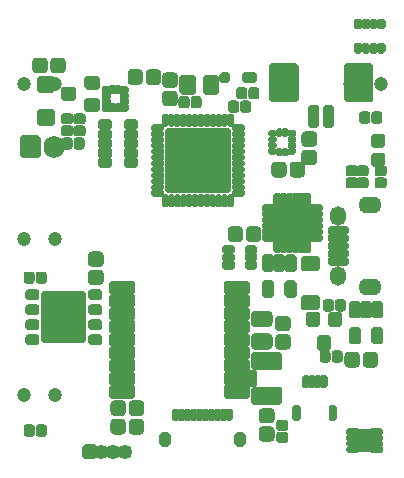
<source format=gts>
G04 #@! TF.GenerationSoftware,KiCad,Pcbnew,(5.1.9)-1*
G04 #@! TF.CreationDate,2021-05-12T11:04:24-07:00*
G04 #@! TF.ProjectId,Watchy,57617463-6879-42e6-9b69-6361645f7063,rev?*
G04 #@! TF.SameCoordinates,Original*
G04 #@! TF.FileFunction,Soldermask,Top*
G04 #@! TF.FilePolarity,Negative*
%FSLAX46Y46*%
G04 Gerber Fmt 4.6, Leading zero omitted, Abs format (unit mm)*
G04 Created by KiCad (PCBNEW (5.1.9)-1) date 2021-05-12 11:04:24*
%MOMM*%
%LPD*%
G01*
G04 APERTURE LIST*
%ADD10O,1.350000X1.650000*%
%ADD11O,1.950000X1.400000*%
%ADD12C,1.200000*%
%ADD13O,1.250000X1.250000*%
%ADD14O,1.750000X1.900000*%
G04 APERTURE END LIST*
G36*
G01*
X78168000Y-95444000D02*
X77468000Y-95444000D01*
G75*
G02*
X77143000Y-95119000I0J325000D01*
G01*
X77143000Y-94469000D01*
G75*
G02*
X77468000Y-94144000I325000J0D01*
G01*
X78168000Y-94144000D01*
G75*
G02*
X78493000Y-94469000I0J-325000D01*
G01*
X78493000Y-95119000D01*
G75*
G02*
X78168000Y-95444000I-325000J0D01*
G01*
G37*
G36*
G01*
X78168000Y-96994000D02*
X77468000Y-96994000D01*
G75*
G02*
X77143000Y-96669000I0J325000D01*
G01*
X77143000Y-96019000D01*
G75*
G02*
X77468000Y-95694000I325000J0D01*
G01*
X78168000Y-95694000D01*
G75*
G02*
X78493000Y-96019000I0J-325000D01*
G01*
X78493000Y-96669000D01*
G75*
G02*
X78168000Y-96994000I-325000J0D01*
G01*
G37*
G36*
G01*
X82060000Y-79731000D02*
X82060000Y-79031000D01*
G75*
G02*
X82385000Y-78706000I325000J0D01*
G01*
X83035000Y-78706000D01*
G75*
G02*
X83360000Y-79031000I0J-325000D01*
G01*
X83360000Y-79731000D01*
G75*
G02*
X83035000Y-80056000I-325000J0D01*
G01*
X82385000Y-80056000D01*
G75*
G02*
X82060000Y-79731000I0J325000D01*
G01*
G37*
G36*
G01*
X80510000Y-79731000D02*
X80510000Y-79031000D01*
G75*
G02*
X80835000Y-78706000I325000J0D01*
G01*
X81485000Y-78706000D01*
G75*
G02*
X81810000Y-79031000I0J-325000D01*
G01*
X81810000Y-79731000D01*
G75*
G02*
X81485000Y-80056000I-325000J0D01*
G01*
X80835000Y-80056000D01*
G75*
G02*
X80510000Y-79731000I0J325000D01*
G01*
G37*
G36*
G01*
X92442000Y-100560000D02*
X91292000Y-100560000D01*
G75*
G02*
X90942000Y-100210000I0J350000D01*
G01*
X90942000Y-99510000D01*
G75*
G02*
X91292000Y-99160000I350000J0D01*
G01*
X92442000Y-99160000D01*
G75*
G02*
X92792000Y-99510000I0J-350000D01*
G01*
X92792000Y-100210000D01*
G75*
G02*
X92442000Y-100560000I-350000J0D01*
G01*
G37*
G36*
G01*
X92442000Y-102460000D02*
X91292000Y-102460000D01*
G75*
G02*
X90942000Y-102110000I0J350000D01*
G01*
X90942000Y-101410000D01*
G75*
G02*
X91292000Y-101060000I350000J0D01*
G01*
X92442000Y-101060000D01*
G75*
G02*
X92792000Y-101410000I0J-350000D01*
G01*
X92792000Y-102110000D01*
G75*
G02*
X92442000Y-102460000I-350000J0D01*
G01*
G37*
G36*
G01*
X94009000Y-100904000D02*
X93309000Y-100904000D01*
G75*
G02*
X92984000Y-100579000I0J325000D01*
G01*
X92984000Y-99929000D01*
G75*
G02*
X93309000Y-99604000I325000J0D01*
G01*
X94009000Y-99604000D01*
G75*
G02*
X94334000Y-99929000I0J-325000D01*
G01*
X94334000Y-100579000D01*
G75*
G02*
X94009000Y-100904000I-325000J0D01*
G01*
G37*
G36*
G01*
X94009000Y-102454000D02*
X93309000Y-102454000D01*
G75*
G02*
X92984000Y-102129000I0J325000D01*
G01*
X92984000Y-101479000D01*
G75*
G02*
X93309000Y-101154000I325000J0D01*
G01*
X94009000Y-101154000D01*
G75*
G02*
X94334000Y-101479000I0J-325000D01*
G01*
X94334000Y-102129000D01*
G75*
G02*
X94009000Y-102454000I-325000J0D01*
G01*
G37*
G36*
G01*
X90200000Y-104175000D02*
X91300000Y-104175000D01*
G75*
G02*
X91500000Y-104375000I0J-200000D01*
G01*
X91500000Y-105425000D01*
G75*
G02*
X91300000Y-105625000I-200000J0D01*
G01*
X90200000Y-105625000D01*
G75*
G02*
X90000000Y-105425000I0J200000D01*
G01*
X90000000Y-104375000D01*
G75*
G02*
X90200000Y-104175000I200000J0D01*
G01*
G37*
G36*
G01*
X91175000Y-105625000D02*
X93425000Y-105625000D01*
G75*
G02*
X93625000Y-105825000I0J-200000D01*
G01*
X93625000Y-106925000D01*
G75*
G02*
X93425000Y-107125000I-200000J0D01*
G01*
X91175000Y-107125000D01*
G75*
G02*
X90975000Y-106925000I0J200000D01*
G01*
X90975000Y-105825000D01*
G75*
G02*
X91175000Y-105625000I200000J0D01*
G01*
G37*
G36*
G01*
X91175000Y-102675000D02*
X93425000Y-102675000D01*
G75*
G02*
X93625000Y-102875000I0J-200000D01*
G01*
X93625000Y-103975000D01*
G75*
G02*
X93425000Y-104175000I-200000J0D01*
G01*
X91175000Y-104175000D01*
G75*
G02*
X90975000Y-103975000I0J200000D01*
G01*
X90975000Y-102875000D01*
G75*
G02*
X91175000Y-102675000I200000J0D01*
G01*
G37*
G36*
G01*
X71850000Y-98030000D02*
X71850000Y-97580000D01*
G75*
G02*
X72075000Y-97355000I225000J0D01*
G01*
X72800000Y-97355000D01*
G75*
G02*
X73025000Y-97580000I0J-225000D01*
G01*
X73025000Y-98030000D01*
G75*
G02*
X72800000Y-98255000I-225000J0D01*
G01*
X72075000Y-98255000D01*
G75*
G02*
X71850000Y-98030000I0J225000D01*
G01*
G37*
G36*
G01*
X71850000Y-99300000D02*
X71850000Y-98850000D01*
G75*
G02*
X72075000Y-98625000I225000J0D01*
G01*
X72800000Y-98625000D01*
G75*
G02*
X73025000Y-98850000I0J-225000D01*
G01*
X73025000Y-99300000D01*
G75*
G02*
X72800000Y-99525000I-225000J0D01*
G01*
X72075000Y-99525000D01*
G75*
G02*
X71850000Y-99300000I0J225000D01*
G01*
G37*
G36*
G01*
X71850000Y-100570000D02*
X71850000Y-100120000D01*
G75*
G02*
X72075000Y-99895000I225000J0D01*
G01*
X72800000Y-99895000D01*
G75*
G02*
X73025000Y-100120000I0J-225000D01*
G01*
X73025000Y-100570000D01*
G75*
G02*
X72800000Y-100795000I-225000J0D01*
G01*
X72075000Y-100795000D01*
G75*
G02*
X71850000Y-100570000I0J225000D01*
G01*
G37*
G36*
G01*
X71850000Y-101840000D02*
X71850000Y-101390000D01*
G75*
G02*
X72075000Y-101165000I225000J0D01*
G01*
X72800000Y-101165000D01*
G75*
G02*
X73025000Y-101390000I0J-225000D01*
G01*
X73025000Y-101840000D01*
G75*
G02*
X72800000Y-102065000I-225000J0D01*
G01*
X72075000Y-102065000D01*
G75*
G02*
X71850000Y-101840000I0J225000D01*
G01*
G37*
G36*
G01*
X77175000Y-101840000D02*
X77175000Y-101390000D01*
G75*
G02*
X77400000Y-101165000I225000J0D01*
G01*
X78125000Y-101165000D01*
G75*
G02*
X78350000Y-101390000I0J-225000D01*
G01*
X78350000Y-101840000D01*
G75*
G02*
X78125000Y-102065000I-225000J0D01*
G01*
X77400000Y-102065000D01*
G75*
G02*
X77175000Y-101840000I0J225000D01*
G01*
G37*
G36*
G01*
X77175000Y-100570000D02*
X77175000Y-100120000D01*
G75*
G02*
X77400000Y-99895000I225000J0D01*
G01*
X78125000Y-99895000D01*
G75*
G02*
X78350000Y-100120000I0J-225000D01*
G01*
X78350000Y-100570000D01*
G75*
G02*
X78125000Y-100795000I-225000J0D01*
G01*
X77400000Y-100795000D01*
G75*
G02*
X77175000Y-100570000I0J225000D01*
G01*
G37*
G36*
G01*
X77175000Y-99300000D02*
X77175000Y-98850000D01*
G75*
G02*
X77400000Y-98625000I225000J0D01*
G01*
X78125000Y-98625000D01*
G75*
G02*
X78350000Y-98850000I0J-225000D01*
G01*
X78350000Y-99300000D01*
G75*
G02*
X78125000Y-99525000I-225000J0D01*
G01*
X77400000Y-99525000D01*
G75*
G02*
X77175000Y-99300000I0J225000D01*
G01*
G37*
G36*
G01*
X77175000Y-98030000D02*
X77175000Y-97580000D01*
G75*
G02*
X77400000Y-97355000I225000J0D01*
G01*
X78125000Y-97355000D01*
G75*
G02*
X78350000Y-97580000I0J-225000D01*
G01*
X78350000Y-98030000D01*
G75*
G02*
X78125000Y-98255000I-225000J0D01*
G01*
X77400000Y-98255000D01*
G75*
G02*
X77175000Y-98030000I0J225000D01*
G01*
G37*
G36*
G01*
X73200000Y-101710000D02*
X73200000Y-97710000D01*
G75*
G02*
X73400000Y-97510000I200000J0D01*
G01*
X76800000Y-97510000D01*
G75*
G02*
X77000000Y-97710000I0J-200000D01*
G01*
X77000000Y-101710000D01*
G75*
G02*
X76800000Y-101910000I-200000J0D01*
G01*
X73400000Y-101910000D01*
G75*
G02*
X73200000Y-101710000I0J200000D01*
G01*
G37*
G36*
G01*
X80950000Y-97810000D02*
X79150000Y-97810000D01*
G75*
G02*
X78950000Y-97610000I0J200000D01*
G01*
X78950000Y-96810000D01*
G75*
G02*
X79150000Y-96610000I200000J0D01*
G01*
X80950000Y-96610000D01*
G75*
G02*
X81150000Y-96810000I0J-200000D01*
G01*
X81150000Y-97610000D01*
G75*
G02*
X80950000Y-97810000I-200000J0D01*
G01*
G37*
G36*
G01*
X80950000Y-98910000D02*
X79150000Y-98910000D01*
G75*
G02*
X78950000Y-98710000I0J200000D01*
G01*
X78950000Y-97910000D01*
G75*
G02*
X79150000Y-97710000I200000J0D01*
G01*
X80950000Y-97710000D01*
G75*
G02*
X81150000Y-97910000I0J-200000D01*
G01*
X81150000Y-98710000D01*
G75*
G02*
X80950000Y-98910000I-200000J0D01*
G01*
G37*
G36*
G01*
X80950000Y-100010000D02*
X79150000Y-100010000D01*
G75*
G02*
X78950000Y-99810000I0J200000D01*
G01*
X78950000Y-99010000D01*
G75*
G02*
X79150000Y-98810000I200000J0D01*
G01*
X80950000Y-98810000D01*
G75*
G02*
X81150000Y-99010000I0J-200000D01*
G01*
X81150000Y-99810000D01*
G75*
G02*
X80950000Y-100010000I-200000J0D01*
G01*
G37*
G36*
G01*
X80950000Y-101110000D02*
X79150000Y-101110000D01*
G75*
G02*
X78950000Y-100910000I0J200000D01*
G01*
X78950000Y-100110000D01*
G75*
G02*
X79150000Y-99910000I200000J0D01*
G01*
X80950000Y-99910000D01*
G75*
G02*
X81150000Y-100110000I0J-200000D01*
G01*
X81150000Y-100910000D01*
G75*
G02*
X80950000Y-101110000I-200000J0D01*
G01*
G37*
G36*
G01*
X80950000Y-102210000D02*
X79150000Y-102210000D01*
G75*
G02*
X78950000Y-102010000I0J200000D01*
G01*
X78950000Y-101210000D01*
G75*
G02*
X79150000Y-101010000I200000J0D01*
G01*
X80950000Y-101010000D01*
G75*
G02*
X81150000Y-101210000I0J-200000D01*
G01*
X81150000Y-102010000D01*
G75*
G02*
X80950000Y-102210000I-200000J0D01*
G01*
G37*
G36*
G01*
X80950000Y-103310000D02*
X79150000Y-103310000D01*
G75*
G02*
X78950000Y-103110000I0J200000D01*
G01*
X78950000Y-102310000D01*
G75*
G02*
X79150000Y-102110000I200000J0D01*
G01*
X80950000Y-102110000D01*
G75*
G02*
X81150000Y-102310000I0J-200000D01*
G01*
X81150000Y-103110000D01*
G75*
G02*
X80950000Y-103310000I-200000J0D01*
G01*
G37*
G36*
G01*
X80950000Y-104410000D02*
X79150000Y-104410000D01*
G75*
G02*
X78950000Y-104210000I0J200000D01*
G01*
X78950000Y-103410000D01*
G75*
G02*
X79150000Y-103210000I200000J0D01*
G01*
X80950000Y-103210000D01*
G75*
G02*
X81150000Y-103410000I0J-200000D01*
G01*
X81150000Y-104210000D01*
G75*
G02*
X80950000Y-104410000I-200000J0D01*
G01*
G37*
G36*
G01*
X80950000Y-105510000D02*
X79150000Y-105510000D01*
G75*
G02*
X78950000Y-105310000I0J200000D01*
G01*
X78950000Y-104510000D01*
G75*
G02*
X79150000Y-104310000I200000J0D01*
G01*
X80950000Y-104310000D01*
G75*
G02*
X81150000Y-104510000I0J-200000D01*
G01*
X81150000Y-105310000D01*
G75*
G02*
X80950000Y-105510000I-200000J0D01*
G01*
G37*
G36*
G01*
X80950000Y-106610000D02*
X79150000Y-106610000D01*
G75*
G02*
X78950000Y-106410000I0J200000D01*
G01*
X78950000Y-105610000D01*
G75*
G02*
X79150000Y-105410000I200000J0D01*
G01*
X80950000Y-105410000D01*
G75*
G02*
X81150000Y-105610000I0J-200000D01*
G01*
X81150000Y-106410000D01*
G75*
G02*
X80950000Y-106610000I-200000J0D01*
G01*
G37*
G36*
G01*
X90650000Y-106610000D02*
X88850000Y-106610000D01*
G75*
G02*
X88650000Y-106410000I0J200000D01*
G01*
X88650000Y-105610000D01*
G75*
G02*
X88850000Y-105410000I200000J0D01*
G01*
X90650000Y-105410000D01*
G75*
G02*
X90850000Y-105610000I0J-200000D01*
G01*
X90850000Y-106410000D01*
G75*
G02*
X90650000Y-106610000I-200000J0D01*
G01*
G37*
G36*
G01*
X90650000Y-105510000D02*
X88850000Y-105510000D01*
G75*
G02*
X88650000Y-105310000I0J200000D01*
G01*
X88650000Y-104510000D01*
G75*
G02*
X88850000Y-104310000I200000J0D01*
G01*
X90650000Y-104310000D01*
G75*
G02*
X90850000Y-104510000I0J-200000D01*
G01*
X90850000Y-105310000D01*
G75*
G02*
X90650000Y-105510000I-200000J0D01*
G01*
G37*
G36*
G01*
X90650000Y-104410000D02*
X88850000Y-104410000D01*
G75*
G02*
X88650000Y-104210000I0J200000D01*
G01*
X88650000Y-103410000D01*
G75*
G02*
X88850000Y-103210000I200000J0D01*
G01*
X90650000Y-103210000D01*
G75*
G02*
X90850000Y-103410000I0J-200000D01*
G01*
X90850000Y-104210000D01*
G75*
G02*
X90650000Y-104410000I-200000J0D01*
G01*
G37*
G36*
G01*
X90650000Y-103310000D02*
X88850000Y-103310000D01*
G75*
G02*
X88650000Y-103110000I0J200000D01*
G01*
X88650000Y-102310000D01*
G75*
G02*
X88850000Y-102110000I200000J0D01*
G01*
X90650000Y-102110000D01*
G75*
G02*
X90850000Y-102310000I0J-200000D01*
G01*
X90850000Y-103110000D01*
G75*
G02*
X90650000Y-103310000I-200000J0D01*
G01*
G37*
G36*
G01*
X90650000Y-102210000D02*
X88850000Y-102210000D01*
G75*
G02*
X88650000Y-102010000I0J200000D01*
G01*
X88650000Y-101210000D01*
G75*
G02*
X88850000Y-101010000I200000J0D01*
G01*
X90650000Y-101010000D01*
G75*
G02*
X90850000Y-101210000I0J-200000D01*
G01*
X90850000Y-102010000D01*
G75*
G02*
X90650000Y-102210000I-200000J0D01*
G01*
G37*
G36*
G01*
X90650000Y-101110000D02*
X88850000Y-101110000D01*
G75*
G02*
X88650000Y-100910000I0J200000D01*
G01*
X88650000Y-100110000D01*
G75*
G02*
X88850000Y-99910000I200000J0D01*
G01*
X90650000Y-99910000D01*
G75*
G02*
X90850000Y-100110000I0J-200000D01*
G01*
X90850000Y-100910000D01*
G75*
G02*
X90650000Y-101110000I-200000J0D01*
G01*
G37*
G36*
G01*
X90650000Y-100010000D02*
X88850000Y-100010000D01*
G75*
G02*
X88650000Y-99810000I0J200000D01*
G01*
X88650000Y-99010000D01*
G75*
G02*
X88850000Y-98810000I200000J0D01*
G01*
X90650000Y-98810000D01*
G75*
G02*
X90850000Y-99010000I0J-200000D01*
G01*
X90850000Y-99810000D01*
G75*
G02*
X90650000Y-100010000I-200000J0D01*
G01*
G37*
G36*
G01*
X90650000Y-98910000D02*
X88850000Y-98910000D01*
G75*
G02*
X88650000Y-98710000I0J200000D01*
G01*
X88650000Y-97910000D01*
G75*
G02*
X88850000Y-97710000I200000J0D01*
G01*
X90650000Y-97710000D01*
G75*
G02*
X90850000Y-97910000I0J-200000D01*
G01*
X90850000Y-98710000D01*
G75*
G02*
X90650000Y-98910000I-200000J0D01*
G01*
G37*
G36*
G01*
X90650000Y-97810000D02*
X88850000Y-97810000D01*
G75*
G02*
X88650000Y-97610000I0J200000D01*
G01*
X88650000Y-96810000D01*
G75*
G02*
X88850000Y-96610000I200000J0D01*
G01*
X90650000Y-96610000D01*
G75*
G02*
X90850000Y-96810000I0J-200000D01*
G01*
X90850000Y-97610000D01*
G75*
G02*
X90650000Y-97810000I-200000J0D01*
G01*
G37*
D10*
X98350000Y-91180000D03*
X98350000Y-96180000D03*
D11*
X101050000Y-90180000D03*
X101050000Y-97180000D03*
G36*
G01*
X99225000Y-94780000D02*
X99225000Y-95180000D01*
G75*
G02*
X99025000Y-95380000I-200000J0D01*
G01*
X97675000Y-95380000D01*
G75*
G02*
X97475000Y-95180000I0J200000D01*
G01*
X97475000Y-94780000D01*
G75*
G02*
X97675000Y-94580000I200000J0D01*
G01*
X99025000Y-94580000D01*
G75*
G02*
X99225000Y-94780000I0J-200000D01*
G01*
G37*
G36*
G01*
X99225000Y-94130000D02*
X99225000Y-94530000D01*
G75*
G02*
X99025000Y-94730000I-200000J0D01*
G01*
X97675000Y-94730000D01*
G75*
G02*
X97475000Y-94530000I0J200000D01*
G01*
X97475000Y-94130000D01*
G75*
G02*
X97675000Y-93930000I200000J0D01*
G01*
X99025000Y-93930000D01*
G75*
G02*
X99225000Y-94130000I0J-200000D01*
G01*
G37*
G36*
G01*
X99225000Y-93480000D02*
X99225000Y-93880000D01*
G75*
G02*
X99025000Y-94080000I-200000J0D01*
G01*
X97675000Y-94080000D01*
G75*
G02*
X97475000Y-93880000I0J200000D01*
G01*
X97475000Y-93480000D01*
G75*
G02*
X97675000Y-93280000I200000J0D01*
G01*
X99025000Y-93280000D01*
G75*
G02*
X99225000Y-93480000I0J-200000D01*
G01*
G37*
G36*
G01*
X99225000Y-92830000D02*
X99225000Y-93230000D01*
G75*
G02*
X99025000Y-93430000I-200000J0D01*
G01*
X97675000Y-93430000D01*
G75*
G02*
X97475000Y-93230000I0J200000D01*
G01*
X97475000Y-92830000D01*
G75*
G02*
X97675000Y-92630000I200000J0D01*
G01*
X99025000Y-92630000D01*
G75*
G02*
X99225000Y-92830000I0J-200000D01*
G01*
G37*
G36*
G01*
X99225000Y-92180000D02*
X99225000Y-92580000D01*
G75*
G02*
X99025000Y-92780000I-200000J0D01*
G01*
X97675000Y-92780000D01*
G75*
G02*
X97475000Y-92580000I0J200000D01*
G01*
X97475000Y-92180000D01*
G75*
G02*
X97675000Y-91980000I200000J0D01*
G01*
X99025000Y-91980000D01*
G75*
G02*
X99225000Y-92180000I0J-200000D01*
G01*
G37*
D10*
X98350000Y-96180000D03*
X98350000Y-91180000D03*
D11*
X101050000Y-97180000D03*
X101050000Y-90180000D03*
D12*
X71730000Y-79930000D03*
X74330000Y-79930000D03*
X71730000Y-106330000D03*
X74330000Y-106330000D03*
X71730000Y-93130000D03*
X74330000Y-93130000D03*
X101970000Y-79930000D03*
X99370000Y-79930000D03*
D13*
X80300000Y-111110000D03*
X79300000Y-111110000D03*
X78300000Y-111110000D03*
G36*
G01*
X77725000Y-111735000D02*
X76875000Y-111735000D01*
G75*
G02*
X76675000Y-111535000I0J200000D01*
G01*
X76675000Y-110685000D01*
G75*
G02*
X76875000Y-110485000I200000J0D01*
G01*
X77725000Y-110485000D01*
G75*
G02*
X77925000Y-110685000I0J-200000D01*
G01*
X77925000Y-111535000D01*
G75*
G02*
X77725000Y-111735000I-200000J0D01*
G01*
G37*
G36*
G01*
X76165000Y-83470000D02*
X76735000Y-83470000D01*
G75*
G02*
X76970000Y-83705000I0J-235000D01*
G01*
X76970000Y-84175000D01*
G75*
G02*
X76735000Y-84410000I-235000J0D01*
G01*
X76165000Y-84410000D01*
G75*
G02*
X75930000Y-84175000I0J235000D01*
G01*
X75930000Y-83705000D01*
G75*
G02*
X76165000Y-83470000I235000J0D01*
G01*
G37*
G36*
G01*
X76165000Y-82450000D02*
X76735000Y-82450000D01*
G75*
G02*
X76970000Y-82685000I0J-235000D01*
G01*
X76970000Y-83155000D01*
G75*
G02*
X76735000Y-83390000I-235000J0D01*
G01*
X76165000Y-83390000D01*
G75*
G02*
X75930000Y-83155000I0J235000D01*
G01*
X75930000Y-82685000D01*
G75*
G02*
X76165000Y-82450000I235000J0D01*
G01*
G37*
G36*
G01*
X101655000Y-87870000D02*
X102225000Y-87870000D01*
G75*
G02*
X102460000Y-88105000I0J-235000D01*
G01*
X102460000Y-88575000D01*
G75*
G02*
X102225000Y-88810000I-235000J0D01*
G01*
X101655000Y-88810000D01*
G75*
G02*
X101420000Y-88575000I0J235000D01*
G01*
X101420000Y-88105000D01*
G75*
G02*
X101655000Y-87870000I235000J0D01*
G01*
G37*
G36*
G01*
X101655000Y-86850000D02*
X102225000Y-86850000D01*
G75*
G02*
X102460000Y-87085000I0J-235000D01*
G01*
X102460000Y-87555000D01*
G75*
G02*
X102225000Y-87790000I-235000J0D01*
G01*
X101655000Y-87790000D01*
G75*
G02*
X101420000Y-87555000I0J235000D01*
G01*
X101420000Y-87085000D01*
G75*
G02*
X101655000Y-86850000I235000J0D01*
G01*
G37*
G36*
G01*
X97790000Y-103325000D02*
X97790000Y-102755000D01*
G75*
G02*
X98025000Y-102520000I235000J0D01*
G01*
X98495000Y-102520000D01*
G75*
G02*
X98730000Y-102755000I0J-235000D01*
G01*
X98730000Y-103325000D01*
G75*
G02*
X98495000Y-103560000I-235000J0D01*
G01*
X98025000Y-103560000D01*
G75*
G02*
X97790000Y-103325000I0J235000D01*
G01*
G37*
G36*
G01*
X96770000Y-103325000D02*
X96770000Y-102755000D01*
G75*
G02*
X97005000Y-102520000I235000J0D01*
G01*
X97475000Y-102520000D01*
G75*
G02*
X97710000Y-102755000I0J-235000D01*
G01*
X97710000Y-103325000D01*
G75*
G02*
X97475000Y-103560000I-235000J0D01*
G01*
X97005000Y-103560000D01*
G75*
G02*
X96770000Y-103325000I0J235000D01*
G01*
G37*
G36*
G01*
X97980000Y-98425000D02*
X97980000Y-98995000D01*
G75*
G02*
X97745000Y-99230000I-235000J0D01*
G01*
X97275000Y-99230000D01*
G75*
G02*
X97040000Y-98995000I0J235000D01*
G01*
X97040000Y-98425000D01*
G75*
G02*
X97275000Y-98190000I235000J0D01*
G01*
X97745000Y-98190000D01*
G75*
G02*
X97980000Y-98425000I0J-235000D01*
G01*
G37*
G36*
G01*
X99000000Y-98425000D02*
X99000000Y-98995000D01*
G75*
G02*
X98765000Y-99230000I-235000J0D01*
G01*
X98295000Y-99230000D01*
G75*
G02*
X98060000Y-98995000I0J235000D01*
G01*
X98060000Y-98425000D01*
G75*
G02*
X98295000Y-98190000I235000J0D01*
G01*
X98765000Y-98190000D01*
G75*
G02*
X99000000Y-98425000I0J-235000D01*
G01*
G37*
G36*
G01*
X99785000Y-87790000D02*
X99215000Y-87790000D01*
G75*
G02*
X98980000Y-87555000I0J235000D01*
G01*
X98980000Y-87085000D01*
G75*
G02*
X99215000Y-86850000I235000J0D01*
G01*
X99785000Y-86850000D01*
G75*
G02*
X100020000Y-87085000I0J-235000D01*
G01*
X100020000Y-87555000D01*
G75*
G02*
X99785000Y-87790000I-235000J0D01*
G01*
G37*
G36*
G01*
X99785000Y-88810000D02*
X99215000Y-88810000D01*
G75*
G02*
X98980000Y-88575000I0J235000D01*
G01*
X98980000Y-88105000D01*
G75*
G02*
X99215000Y-87870000I235000J0D01*
G01*
X99785000Y-87870000D01*
G75*
G02*
X100020000Y-88105000I0J-235000D01*
G01*
X100020000Y-88575000D01*
G75*
G02*
X99785000Y-88810000I-235000J0D01*
G01*
G37*
G36*
G01*
X100685000Y-87790000D02*
X100115000Y-87790000D01*
G75*
G02*
X99880000Y-87555000I0J235000D01*
G01*
X99880000Y-87085000D01*
G75*
G02*
X100115000Y-86850000I235000J0D01*
G01*
X100685000Y-86850000D01*
G75*
G02*
X100920000Y-87085000I0J-235000D01*
G01*
X100920000Y-87555000D01*
G75*
G02*
X100685000Y-87790000I-235000J0D01*
G01*
G37*
G36*
G01*
X100685000Y-88810000D02*
X100115000Y-88810000D01*
G75*
G02*
X99880000Y-88575000I0J235000D01*
G01*
X99880000Y-88105000D01*
G75*
G02*
X100115000Y-87870000I235000J0D01*
G01*
X100685000Y-87870000D01*
G75*
G02*
X100920000Y-88105000I0J-235000D01*
G01*
X100920000Y-88575000D01*
G75*
G02*
X100685000Y-88810000I-235000J0D01*
G01*
G37*
G36*
G01*
X72740000Y-109595000D02*
X72740000Y-109025000D01*
G75*
G02*
X72975000Y-108790000I235000J0D01*
G01*
X73445000Y-108790000D01*
G75*
G02*
X73680000Y-109025000I0J-235000D01*
G01*
X73680000Y-109595000D01*
G75*
G02*
X73445000Y-109830000I-235000J0D01*
G01*
X72975000Y-109830000D01*
G75*
G02*
X72740000Y-109595000I0J235000D01*
G01*
G37*
G36*
G01*
X71720000Y-109595000D02*
X71720000Y-109025000D01*
G75*
G02*
X71955000Y-108790000I235000J0D01*
G01*
X72425000Y-108790000D01*
G75*
G02*
X72660000Y-109025000I0J-235000D01*
G01*
X72660000Y-109595000D01*
G75*
G02*
X72425000Y-109830000I-235000J0D01*
G01*
X71955000Y-109830000D01*
G75*
G02*
X71720000Y-109595000I0J235000D01*
G01*
G37*
G36*
G01*
X93895000Y-109340000D02*
X93325000Y-109340000D01*
G75*
G02*
X93090000Y-109105000I0J235000D01*
G01*
X93090000Y-108635000D01*
G75*
G02*
X93325000Y-108400000I235000J0D01*
G01*
X93895000Y-108400000D01*
G75*
G02*
X94130000Y-108635000I0J-235000D01*
G01*
X94130000Y-109105000D01*
G75*
G02*
X93895000Y-109340000I-235000J0D01*
G01*
G37*
G36*
G01*
X93895000Y-110360000D02*
X93325000Y-110360000D01*
G75*
G02*
X93090000Y-110125000I0J235000D01*
G01*
X93090000Y-109655000D01*
G75*
G02*
X93325000Y-109420000I235000J0D01*
G01*
X93895000Y-109420000D01*
G75*
G02*
X94130000Y-109655000I0J-235000D01*
G01*
X94130000Y-110125000D01*
G75*
G02*
X93895000Y-110360000I-235000J0D01*
G01*
G37*
G36*
G01*
X75940000Y-85295000D02*
X75940000Y-84725000D01*
G75*
G02*
X76175000Y-84490000I235000J0D01*
G01*
X76645000Y-84490000D01*
G75*
G02*
X76880000Y-84725000I0J-235000D01*
G01*
X76880000Y-85295000D01*
G75*
G02*
X76645000Y-85530000I-235000J0D01*
G01*
X76175000Y-85530000D01*
G75*
G02*
X75940000Y-85295000I0J235000D01*
G01*
G37*
G36*
G01*
X74920000Y-85295000D02*
X74920000Y-84725000D01*
G75*
G02*
X75155000Y-84490000I235000J0D01*
G01*
X75625000Y-84490000D01*
G75*
G02*
X75860000Y-84725000I0J-235000D01*
G01*
X75860000Y-85295000D01*
G75*
G02*
X75625000Y-85530000I-235000J0D01*
G01*
X75155000Y-85530000D01*
G75*
G02*
X74920000Y-85295000I0J235000D01*
G01*
G37*
G36*
G01*
X75105000Y-83470000D02*
X75675000Y-83470000D01*
G75*
G02*
X75910000Y-83705000I0J-235000D01*
G01*
X75910000Y-84175000D01*
G75*
G02*
X75675000Y-84410000I-235000J0D01*
G01*
X75105000Y-84410000D01*
G75*
G02*
X74870000Y-84175000I0J235000D01*
G01*
X74870000Y-83705000D01*
G75*
G02*
X75105000Y-83470000I235000J0D01*
G01*
G37*
G36*
G01*
X75105000Y-82450000D02*
X75675000Y-82450000D01*
G75*
G02*
X75910000Y-82685000I0J-235000D01*
G01*
X75910000Y-83155000D01*
G75*
G02*
X75675000Y-83390000I-235000J0D01*
G01*
X75105000Y-83390000D01*
G75*
G02*
X74870000Y-83155000I0J235000D01*
G01*
X74870000Y-82685000D01*
G75*
G02*
X75105000Y-82450000I235000J0D01*
G01*
G37*
G36*
G01*
X72725000Y-96650000D02*
X72725000Y-96080000D01*
G75*
G02*
X72960000Y-95845000I235000J0D01*
G01*
X73430000Y-95845000D01*
G75*
G02*
X73665000Y-96080000I0J-235000D01*
G01*
X73665000Y-96650000D01*
G75*
G02*
X73430000Y-96885000I-235000J0D01*
G01*
X72960000Y-96885000D01*
G75*
G02*
X72725000Y-96650000I0J235000D01*
G01*
G37*
G36*
G01*
X71705000Y-96650000D02*
X71705000Y-96080000D01*
G75*
G02*
X71940000Y-95845000I235000J0D01*
G01*
X72410000Y-95845000D01*
G75*
G02*
X72645000Y-96080000I0J-235000D01*
G01*
X72645000Y-96650000D01*
G75*
G02*
X72410000Y-96885000I-235000J0D01*
G01*
X71940000Y-96885000D01*
G75*
G02*
X71705000Y-96650000I0J235000D01*
G01*
G37*
G36*
G01*
X101060000Y-82525000D02*
X101060000Y-83095000D01*
G75*
G02*
X100825000Y-83330000I-235000J0D01*
G01*
X100355000Y-83330000D01*
G75*
G02*
X100120000Y-83095000I0J235000D01*
G01*
X100120000Y-82525000D01*
G75*
G02*
X100355000Y-82290000I235000J0D01*
G01*
X100825000Y-82290000D01*
G75*
G02*
X101060000Y-82525000I0J-235000D01*
G01*
G37*
G36*
G01*
X102080000Y-82525000D02*
X102080000Y-83095000D01*
G75*
G02*
X101845000Y-83330000I-235000J0D01*
G01*
X101375000Y-83330000D01*
G75*
G02*
X101140000Y-83095000I0J235000D01*
G01*
X101140000Y-82525000D01*
G75*
G02*
X101375000Y-82290000I235000J0D01*
G01*
X101845000Y-82290000D01*
G75*
G02*
X102080000Y-82525000I0J-235000D01*
G01*
G37*
G36*
G01*
X89958000Y-81596000D02*
X89958000Y-82166000D01*
G75*
G02*
X89723000Y-82401000I-235000J0D01*
G01*
X89253000Y-82401000D01*
G75*
G02*
X89018000Y-82166000I0J235000D01*
G01*
X89018000Y-81596000D01*
G75*
G02*
X89253000Y-81361000I235000J0D01*
G01*
X89723000Y-81361000D01*
G75*
G02*
X89958000Y-81596000I0J-235000D01*
G01*
G37*
G36*
G01*
X90978000Y-81596000D02*
X90978000Y-82166000D01*
G75*
G02*
X90743000Y-82401000I-235000J0D01*
G01*
X90273000Y-82401000D01*
G75*
G02*
X90038000Y-82166000I0J235000D01*
G01*
X90038000Y-81596000D01*
G75*
G02*
X90273000Y-81361000I235000J0D01*
G01*
X90743000Y-81361000D01*
G75*
G02*
X90978000Y-81596000I0J-235000D01*
G01*
G37*
G36*
G01*
X90735000Y-81040000D02*
X90735000Y-80470000D01*
G75*
G02*
X90970000Y-80235000I235000J0D01*
G01*
X91440000Y-80235000D01*
G75*
G02*
X91675000Y-80470000I0J-235000D01*
G01*
X91675000Y-81040000D01*
G75*
G02*
X91440000Y-81275000I-235000J0D01*
G01*
X90970000Y-81275000D01*
G75*
G02*
X90735000Y-81040000I0J235000D01*
G01*
G37*
G36*
G01*
X89715000Y-81040000D02*
X89715000Y-80470000D01*
G75*
G02*
X89950000Y-80235000I235000J0D01*
G01*
X90420000Y-80235000D01*
G75*
G02*
X90655000Y-80470000I0J-235000D01*
G01*
X90655000Y-81040000D01*
G75*
G02*
X90420000Y-81275000I-235000J0D01*
G01*
X89950000Y-81275000D01*
G75*
G02*
X89715000Y-81040000I0J235000D01*
G01*
G37*
G36*
G01*
X85760000Y-81225000D02*
X85760000Y-81795000D01*
G75*
G02*
X85525000Y-82030000I-235000J0D01*
G01*
X85055000Y-82030000D01*
G75*
G02*
X84820000Y-81795000I0J235000D01*
G01*
X84820000Y-81225000D01*
G75*
G02*
X85055000Y-80990000I235000J0D01*
G01*
X85525000Y-80990000D01*
G75*
G02*
X85760000Y-81225000I0J-235000D01*
G01*
G37*
G36*
G01*
X86780000Y-81225000D02*
X86780000Y-81795000D01*
G75*
G02*
X86545000Y-82030000I-235000J0D01*
G01*
X86075000Y-82030000D01*
G75*
G02*
X85840000Y-81795000I0J235000D01*
G01*
X85840000Y-81225000D01*
G75*
G02*
X86075000Y-80990000I235000J0D01*
G01*
X86545000Y-80990000D01*
G75*
G02*
X86780000Y-81225000I0J-235000D01*
G01*
G37*
G36*
G01*
X95550000Y-85535000D02*
X96250000Y-85535000D01*
G75*
G02*
X96575000Y-85860000I0J-325000D01*
G01*
X96575000Y-86510000D01*
G75*
G02*
X96250000Y-86835000I-325000J0D01*
G01*
X95550000Y-86835000D01*
G75*
G02*
X95225000Y-86510000I0J325000D01*
G01*
X95225000Y-85860000D01*
G75*
G02*
X95550000Y-85535000I325000J0D01*
G01*
G37*
G36*
G01*
X95550000Y-83985000D02*
X96250000Y-83985000D01*
G75*
G02*
X96575000Y-84310000I0J-325000D01*
G01*
X96575000Y-84960000D01*
G75*
G02*
X96250000Y-85285000I-325000J0D01*
G01*
X95550000Y-85285000D01*
G75*
G02*
X95225000Y-84960000I0J325000D01*
G01*
X95225000Y-84310000D01*
G75*
G02*
X95550000Y-83985000I325000J0D01*
G01*
G37*
G36*
G01*
X94225000Y-87560000D02*
X94225000Y-86860000D01*
G75*
G02*
X94550000Y-86535000I325000J0D01*
G01*
X95200000Y-86535000D01*
G75*
G02*
X95525000Y-86860000I0J-325000D01*
G01*
X95525000Y-87560000D01*
G75*
G02*
X95200000Y-87885000I-325000J0D01*
G01*
X94550000Y-87885000D01*
G75*
G02*
X94225000Y-87560000I0J325000D01*
G01*
G37*
G36*
G01*
X92675000Y-87560000D02*
X92675000Y-86860000D01*
G75*
G02*
X93000000Y-86535000I325000J0D01*
G01*
X93650000Y-86535000D01*
G75*
G02*
X93975000Y-86860000I0J-325000D01*
G01*
X93975000Y-87560000D01*
G75*
G02*
X93650000Y-87885000I-325000J0D01*
G01*
X93000000Y-87885000D01*
G75*
G02*
X92675000Y-87560000I0J325000D01*
G01*
G37*
G36*
G01*
X100425000Y-103660000D02*
X100425000Y-102960000D01*
G75*
G02*
X100750000Y-102635000I325000J0D01*
G01*
X101400000Y-102635000D01*
G75*
G02*
X101725000Y-102960000I0J-325000D01*
G01*
X101725000Y-103660000D01*
G75*
G02*
X101400000Y-103985000I-325000J0D01*
G01*
X100750000Y-103985000D01*
G75*
G02*
X100425000Y-103660000I0J325000D01*
G01*
G37*
G36*
G01*
X98875000Y-103660000D02*
X98875000Y-102960000D01*
G75*
G02*
X99200000Y-102635000I325000J0D01*
G01*
X99850000Y-102635000D01*
G75*
G02*
X100175000Y-102960000I0J-325000D01*
G01*
X100175000Y-103660000D01*
G75*
G02*
X99850000Y-103985000I-325000J0D01*
G01*
X99200000Y-103985000D01*
G75*
G02*
X98875000Y-103660000I0J325000D01*
G01*
G37*
G36*
G01*
X80615000Y-107760000D02*
X80615000Y-107060000D01*
G75*
G02*
X80940000Y-106735000I325000J0D01*
G01*
X81590000Y-106735000D01*
G75*
G02*
X81915000Y-107060000I0J-325000D01*
G01*
X81915000Y-107760000D01*
G75*
G02*
X81590000Y-108085000I-325000J0D01*
G01*
X80940000Y-108085000D01*
G75*
G02*
X80615000Y-107760000I0J325000D01*
G01*
G37*
G36*
G01*
X79065000Y-107760000D02*
X79065000Y-107060000D01*
G75*
G02*
X79390000Y-106735000I325000J0D01*
G01*
X80040000Y-106735000D01*
G75*
G02*
X80365000Y-107060000I0J-325000D01*
G01*
X80365000Y-107760000D01*
G75*
G02*
X80040000Y-108085000I-325000J0D01*
G01*
X79390000Y-108085000D01*
G75*
G02*
X79065000Y-107760000I0J325000D01*
G01*
G37*
G36*
G01*
X80615000Y-109330000D02*
X80615000Y-108630000D01*
G75*
G02*
X80940000Y-108305000I325000J0D01*
G01*
X81590000Y-108305000D01*
G75*
G02*
X81915000Y-108630000I0J-325000D01*
G01*
X81915000Y-109330000D01*
G75*
G02*
X81590000Y-109655000I-325000J0D01*
G01*
X80940000Y-109655000D01*
G75*
G02*
X80615000Y-109330000I0J325000D01*
G01*
G37*
G36*
G01*
X79065000Y-109330000D02*
X79065000Y-108630000D01*
G75*
G02*
X79390000Y-108305000I325000J0D01*
G01*
X80040000Y-108305000D01*
G75*
G02*
X80365000Y-108630000I0J-325000D01*
G01*
X80365000Y-109330000D01*
G75*
G02*
X80040000Y-109655000I-325000J0D01*
G01*
X79390000Y-109655000D01*
G75*
G02*
X79065000Y-109330000I0J325000D01*
G01*
G37*
G36*
G01*
X91940000Y-108955000D02*
X92640000Y-108955000D01*
G75*
G02*
X92965000Y-109280000I0J-325000D01*
G01*
X92965000Y-109930000D01*
G75*
G02*
X92640000Y-110255000I-325000J0D01*
G01*
X91940000Y-110255000D01*
G75*
G02*
X91615000Y-109930000I0J325000D01*
G01*
X91615000Y-109280000D01*
G75*
G02*
X91940000Y-108955000I325000J0D01*
G01*
G37*
G36*
G01*
X91940000Y-107405000D02*
X92640000Y-107405000D01*
G75*
G02*
X92965000Y-107730000I0J-325000D01*
G01*
X92965000Y-108380000D01*
G75*
G02*
X92640000Y-108705000I-325000J0D01*
G01*
X91940000Y-108705000D01*
G75*
G02*
X91615000Y-108380000I0J325000D01*
G01*
X91615000Y-107730000D01*
G75*
G02*
X91940000Y-107405000I325000J0D01*
G01*
G37*
G36*
G01*
X101222500Y-109360899D02*
X101222500Y-110961101D01*
G75*
G02*
X101022501Y-111161100I-199999J0D01*
G01*
X100133499Y-111161100D01*
G75*
G02*
X99933500Y-110961101I0J199999D01*
G01*
X99933500Y-109360899D01*
G75*
G02*
X100133499Y-109160900I199999J0D01*
G01*
X101022501Y-109160900D01*
G75*
G02*
X101222500Y-109360899I0J-199999D01*
G01*
G37*
G36*
G01*
X100181100Y-110784001D02*
X100181100Y-111038001D01*
G75*
G02*
X99981100Y-111238001I-200000J0D01*
G01*
X99219100Y-111238001D01*
G75*
G02*
X99019100Y-111038001I0J200000D01*
G01*
X99019100Y-110784001D01*
G75*
G02*
X99219100Y-110584001I200000J0D01*
G01*
X99981100Y-110584001D01*
G75*
G02*
X100181100Y-110784001I0J-200000D01*
G01*
G37*
G36*
G01*
X100181100Y-110284000D02*
X100181100Y-110538000D01*
G75*
G02*
X99981100Y-110738000I-200000J0D01*
G01*
X99219100Y-110738000D01*
G75*
G02*
X99019100Y-110538000I0J200000D01*
G01*
X99019100Y-110284000D01*
G75*
G02*
X99219100Y-110084000I200000J0D01*
G01*
X99981100Y-110084000D01*
G75*
G02*
X100181100Y-110284000I0J-200000D01*
G01*
G37*
G36*
G01*
X100181100Y-109784000D02*
X100181100Y-110038000D01*
G75*
G02*
X99981100Y-110238000I-200000J0D01*
G01*
X99219100Y-110238000D01*
G75*
G02*
X99019100Y-110038000I0J200000D01*
G01*
X99019100Y-109784000D01*
G75*
G02*
X99219100Y-109584000I200000J0D01*
G01*
X99981100Y-109584000D01*
G75*
G02*
X100181100Y-109784000I0J-200000D01*
G01*
G37*
G36*
G01*
X100181100Y-109283999D02*
X100181100Y-109537999D01*
G75*
G02*
X99981100Y-109737999I-200000J0D01*
G01*
X99219100Y-109737999D01*
G75*
G02*
X99019100Y-109537999I0J200000D01*
G01*
X99019100Y-109283999D01*
G75*
G02*
X99219100Y-109083999I200000J0D01*
G01*
X99981100Y-109083999D01*
G75*
G02*
X100181100Y-109283999I0J-200000D01*
G01*
G37*
G36*
G01*
X102136900Y-109283999D02*
X102136900Y-109537999D01*
G75*
G02*
X101936900Y-109737999I-200000J0D01*
G01*
X101174900Y-109737999D01*
G75*
G02*
X100974900Y-109537999I0J200000D01*
G01*
X100974900Y-109283999D01*
G75*
G02*
X101174900Y-109083999I200000J0D01*
G01*
X101936900Y-109083999D01*
G75*
G02*
X102136900Y-109283999I0J-200000D01*
G01*
G37*
G36*
G01*
X102136900Y-109784000D02*
X102136900Y-110038000D01*
G75*
G02*
X101936900Y-110238000I-200000J0D01*
G01*
X101174900Y-110238000D01*
G75*
G02*
X100974900Y-110038000I0J200000D01*
G01*
X100974900Y-109784000D01*
G75*
G02*
X101174900Y-109584000I200000J0D01*
G01*
X101936900Y-109584000D01*
G75*
G02*
X102136900Y-109784000I0J-200000D01*
G01*
G37*
G36*
G01*
X102136900Y-110284000D02*
X102136900Y-110538000D01*
G75*
G02*
X101936900Y-110738000I-200000J0D01*
G01*
X101174900Y-110738000D01*
G75*
G02*
X100974900Y-110538000I0J200000D01*
G01*
X100974900Y-110284000D01*
G75*
G02*
X101174900Y-110084000I200000J0D01*
G01*
X101936900Y-110084000D01*
G75*
G02*
X102136900Y-110284000I0J-200000D01*
G01*
G37*
G36*
G01*
X102136900Y-110784001D02*
X102136900Y-111038001D01*
G75*
G02*
X101936900Y-111238001I-200000J0D01*
G01*
X101174900Y-111238001D01*
G75*
G02*
X100974900Y-111038001I0J200000D01*
G01*
X100974900Y-110784001D01*
G75*
G02*
X101174900Y-110584001I200000J0D01*
G01*
X101936900Y-110584001D01*
G75*
G02*
X102136900Y-110784001I0J-200000D01*
G01*
G37*
G36*
G01*
X84250000Y-108311000D02*
X84250000Y-107661000D01*
G75*
G02*
X84450000Y-107461000I200000J0D01*
G01*
X84750000Y-107461000D01*
G75*
G02*
X84950000Y-107661000I0J-200000D01*
G01*
X84950000Y-108311000D01*
G75*
G02*
X84750000Y-108511000I-200000J0D01*
G01*
X84450000Y-108511000D01*
G75*
G02*
X84250000Y-108311000I0J200000D01*
G01*
G37*
G36*
G01*
X84750000Y-108311000D02*
X84750000Y-107661000D01*
G75*
G02*
X84950000Y-107461000I200000J0D01*
G01*
X85250000Y-107461000D01*
G75*
G02*
X85450000Y-107661000I0J-200000D01*
G01*
X85450000Y-108311000D01*
G75*
G02*
X85250000Y-108511000I-200000J0D01*
G01*
X84950000Y-108511000D01*
G75*
G02*
X84750000Y-108311000I0J200000D01*
G01*
G37*
G36*
G01*
X85250000Y-108311000D02*
X85250000Y-107661000D01*
G75*
G02*
X85450000Y-107461000I200000J0D01*
G01*
X85750000Y-107461000D01*
G75*
G02*
X85950000Y-107661000I0J-200000D01*
G01*
X85950000Y-108311000D01*
G75*
G02*
X85750000Y-108511000I-200000J0D01*
G01*
X85450000Y-108511000D01*
G75*
G02*
X85250000Y-108311000I0J200000D01*
G01*
G37*
G36*
G01*
X85750000Y-108311000D02*
X85750000Y-107661000D01*
G75*
G02*
X85950000Y-107461000I200000J0D01*
G01*
X86250000Y-107461000D01*
G75*
G02*
X86450000Y-107661000I0J-200000D01*
G01*
X86450000Y-108311000D01*
G75*
G02*
X86250000Y-108511000I-200000J0D01*
G01*
X85950000Y-108511000D01*
G75*
G02*
X85750000Y-108311000I0J200000D01*
G01*
G37*
G36*
G01*
X86250000Y-108311000D02*
X86250000Y-107661000D01*
G75*
G02*
X86450000Y-107461000I200000J0D01*
G01*
X86750000Y-107461000D01*
G75*
G02*
X86950000Y-107661000I0J-200000D01*
G01*
X86950000Y-108311000D01*
G75*
G02*
X86750000Y-108511000I-200000J0D01*
G01*
X86450000Y-108511000D01*
G75*
G02*
X86250000Y-108311000I0J200000D01*
G01*
G37*
G36*
G01*
X86750000Y-108311000D02*
X86750000Y-107661000D01*
G75*
G02*
X86950000Y-107461000I200000J0D01*
G01*
X87250000Y-107461000D01*
G75*
G02*
X87450000Y-107661000I0J-200000D01*
G01*
X87450000Y-108311000D01*
G75*
G02*
X87250000Y-108511000I-200000J0D01*
G01*
X86950000Y-108511000D01*
G75*
G02*
X86750000Y-108311000I0J200000D01*
G01*
G37*
G36*
G01*
X87250000Y-108311000D02*
X87250000Y-107661000D01*
G75*
G02*
X87450000Y-107461000I200000J0D01*
G01*
X87750000Y-107461000D01*
G75*
G02*
X87950000Y-107661000I0J-200000D01*
G01*
X87950000Y-108311000D01*
G75*
G02*
X87750000Y-108511000I-200000J0D01*
G01*
X87450000Y-108511000D01*
G75*
G02*
X87250000Y-108311000I0J200000D01*
G01*
G37*
G36*
G01*
X87750000Y-108311000D02*
X87750000Y-107661000D01*
G75*
G02*
X87950000Y-107461000I200000J0D01*
G01*
X88250000Y-107461000D01*
G75*
G02*
X88450000Y-107661000I0J-200000D01*
G01*
X88450000Y-108311000D01*
G75*
G02*
X88250000Y-108511000I-200000J0D01*
G01*
X87950000Y-108511000D01*
G75*
G02*
X87750000Y-108311000I0J200000D01*
G01*
G37*
G36*
G01*
X88250000Y-108311000D02*
X88250000Y-107661000D01*
G75*
G02*
X88450000Y-107461000I200000J0D01*
G01*
X88750000Y-107461000D01*
G75*
G02*
X88950000Y-107661000I0J-200000D01*
G01*
X88950000Y-108311000D01*
G75*
G02*
X88750000Y-108511000I-200000J0D01*
G01*
X88450000Y-108511000D01*
G75*
G02*
X88250000Y-108311000I0J200000D01*
G01*
G37*
G36*
G01*
X88750000Y-108311000D02*
X88750000Y-107661000D01*
G75*
G02*
X88950000Y-107461000I200000J0D01*
G01*
X89250000Y-107461000D01*
G75*
G02*
X89450000Y-107661000I0J-200000D01*
G01*
X89450000Y-108311000D01*
G75*
G02*
X89250000Y-108511000I-200000J0D01*
G01*
X88950000Y-108511000D01*
G75*
G02*
X88750000Y-108311000I0J200000D01*
G01*
G37*
G36*
G01*
X83200000Y-110461000D02*
X83200000Y-109661000D01*
G75*
G02*
X83400000Y-109461000I200000J0D01*
G01*
X83950000Y-109461000D01*
G75*
G02*
X84150000Y-109661000I0J-200000D01*
G01*
X84150000Y-110461000D01*
G75*
G02*
X83950000Y-110661000I-200000J0D01*
G01*
X83400000Y-110661000D01*
G75*
G02*
X83200000Y-110461000I0J200000D01*
G01*
G37*
G36*
G01*
X89550000Y-110461000D02*
X89550000Y-109661000D01*
G75*
G02*
X89750000Y-109461000I200000J0D01*
G01*
X90300000Y-109461000D01*
G75*
G02*
X90500000Y-109661000I0J-200000D01*
G01*
X90500000Y-110461000D01*
G75*
G02*
X90300000Y-110661000I-200000J0D01*
G01*
X89750000Y-110661000D01*
G75*
G02*
X89550000Y-110461000I0J200000D01*
G01*
G37*
G36*
G01*
X97540000Y-108325000D02*
X97540000Y-107325000D01*
G75*
G02*
X97740000Y-107125000I200000J0D01*
G01*
X98040000Y-107125000D01*
G75*
G02*
X98240000Y-107325000I0J-200000D01*
G01*
X98240000Y-108325000D01*
G75*
G02*
X98040000Y-108525000I-200000J0D01*
G01*
X97740000Y-108525000D01*
G75*
G02*
X97540000Y-108325000I0J200000D01*
G01*
G37*
G36*
G01*
X94460000Y-108325000D02*
X94460000Y-107325000D01*
G75*
G02*
X94660000Y-107125000I200000J0D01*
G01*
X94960000Y-107125000D01*
G75*
G02*
X95160000Y-107325000I0J-200000D01*
G01*
X95160000Y-108325000D01*
G75*
G02*
X94960000Y-108525000I-200000J0D01*
G01*
X94660000Y-108525000D01*
G75*
G02*
X94460000Y-108325000I0J200000D01*
G01*
G37*
G36*
G01*
X96750000Y-105525000D02*
X96750000Y-104825000D01*
G75*
G02*
X96950000Y-104625000I200000J0D01*
G01*
X97250000Y-104625000D01*
G75*
G02*
X97450000Y-104825000I0J-200000D01*
G01*
X97450000Y-105525000D01*
G75*
G02*
X97250000Y-105725000I-200000J0D01*
G01*
X96950000Y-105725000D01*
G75*
G02*
X96750000Y-105525000I0J200000D01*
G01*
G37*
G36*
G01*
X96250000Y-105525000D02*
X96250000Y-104825000D01*
G75*
G02*
X96450000Y-104625000I200000J0D01*
G01*
X96750000Y-104625000D01*
G75*
G02*
X96950000Y-104825000I0J-200000D01*
G01*
X96950000Y-105525000D01*
G75*
G02*
X96750000Y-105725000I-200000J0D01*
G01*
X96450000Y-105725000D01*
G75*
G02*
X96250000Y-105525000I0J200000D01*
G01*
G37*
G36*
G01*
X95750000Y-105525000D02*
X95750000Y-104825000D01*
G75*
G02*
X95950000Y-104625000I200000J0D01*
G01*
X96250000Y-104625000D01*
G75*
G02*
X96450000Y-104825000I0J-200000D01*
G01*
X96450000Y-105525000D01*
G75*
G02*
X96250000Y-105725000I-200000J0D01*
G01*
X95950000Y-105725000D01*
G75*
G02*
X95750000Y-105525000I0J200000D01*
G01*
G37*
G36*
G01*
X95250000Y-105525000D02*
X95250000Y-104825000D01*
G75*
G02*
X95450000Y-104625000I200000J0D01*
G01*
X95750000Y-104625000D01*
G75*
G02*
X95950000Y-104825000I0J-200000D01*
G01*
X95950000Y-105525000D01*
G75*
G02*
X95750000Y-105725000I-200000J0D01*
G01*
X95450000Y-105725000D01*
G75*
G02*
X95250000Y-105525000I0J200000D01*
G01*
G37*
G36*
G01*
X80400000Y-82960000D02*
X81200000Y-82960000D01*
G75*
G02*
X81400000Y-83160000I0J-200000D01*
G01*
X81400000Y-83660000D01*
G75*
G02*
X81200000Y-83860000I-200000J0D01*
G01*
X80400000Y-83860000D01*
G75*
G02*
X80200000Y-83660000I0J200000D01*
G01*
X80200000Y-83160000D01*
G75*
G02*
X80400000Y-82960000I200000J0D01*
G01*
G37*
G36*
G01*
X80400000Y-83760000D02*
X81200000Y-83760000D01*
G75*
G02*
X81400000Y-83960000I0J-200000D01*
G01*
X81400000Y-84460000D01*
G75*
G02*
X81200000Y-84660000I-200000J0D01*
G01*
X80400000Y-84660000D01*
G75*
G02*
X80200000Y-84460000I0J200000D01*
G01*
X80200000Y-83960000D01*
G75*
G02*
X80400000Y-83760000I200000J0D01*
G01*
G37*
G36*
G01*
X80400000Y-84560000D02*
X81200000Y-84560000D01*
G75*
G02*
X81400000Y-84760000I0J-200000D01*
G01*
X81400000Y-85260000D01*
G75*
G02*
X81200000Y-85460000I-200000J0D01*
G01*
X80400000Y-85460000D01*
G75*
G02*
X80200000Y-85260000I0J200000D01*
G01*
X80200000Y-84760000D01*
G75*
G02*
X80400000Y-84560000I200000J0D01*
G01*
G37*
G36*
G01*
X80400000Y-85360000D02*
X81200000Y-85360000D01*
G75*
G02*
X81400000Y-85560000I0J-200000D01*
G01*
X81400000Y-86060000D01*
G75*
G02*
X81200000Y-86260000I-200000J0D01*
G01*
X80400000Y-86260000D01*
G75*
G02*
X80200000Y-86060000I0J200000D01*
G01*
X80200000Y-85560000D01*
G75*
G02*
X80400000Y-85360000I200000J0D01*
G01*
G37*
G36*
G01*
X80400000Y-86160000D02*
X81200000Y-86160000D01*
G75*
G02*
X81400000Y-86360000I0J-200000D01*
G01*
X81400000Y-86860000D01*
G75*
G02*
X81200000Y-87060000I-200000J0D01*
G01*
X80400000Y-87060000D01*
G75*
G02*
X80200000Y-86860000I0J200000D01*
G01*
X80200000Y-86360000D01*
G75*
G02*
X80400000Y-86160000I200000J0D01*
G01*
G37*
G36*
G01*
X78200000Y-86160000D02*
X79000000Y-86160000D01*
G75*
G02*
X79200000Y-86360000I0J-200000D01*
G01*
X79200000Y-86860000D01*
G75*
G02*
X79000000Y-87060000I-200000J0D01*
G01*
X78200000Y-87060000D01*
G75*
G02*
X78000000Y-86860000I0J200000D01*
G01*
X78000000Y-86360000D01*
G75*
G02*
X78200000Y-86160000I200000J0D01*
G01*
G37*
G36*
G01*
X78200000Y-85360000D02*
X79000000Y-85360000D01*
G75*
G02*
X79200000Y-85560000I0J-200000D01*
G01*
X79200000Y-86060000D01*
G75*
G02*
X79000000Y-86260000I-200000J0D01*
G01*
X78200000Y-86260000D01*
G75*
G02*
X78000000Y-86060000I0J200000D01*
G01*
X78000000Y-85560000D01*
G75*
G02*
X78200000Y-85360000I200000J0D01*
G01*
G37*
G36*
G01*
X78200000Y-84560000D02*
X79000000Y-84560000D01*
G75*
G02*
X79200000Y-84760000I0J-200000D01*
G01*
X79200000Y-85260000D01*
G75*
G02*
X79000000Y-85460000I-200000J0D01*
G01*
X78200000Y-85460000D01*
G75*
G02*
X78000000Y-85260000I0J200000D01*
G01*
X78000000Y-84760000D01*
G75*
G02*
X78200000Y-84560000I200000J0D01*
G01*
G37*
G36*
G01*
X78200000Y-83760000D02*
X79000000Y-83760000D01*
G75*
G02*
X79200000Y-83960000I0J-200000D01*
G01*
X79200000Y-84460000D01*
G75*
G02*
X79000000Y-84660000I-200000J0D01*
G01*
X78200000Y-84660000D01*
G75*
G02*
X78000000Y-84460000I0J200000D01*
G01*
X78000000Y-83960000D01*
G75*
G02*
X78200000Y-83760000I200000J0D01*
G01*
G37*
G36*
G01*
X78200000Y-82960000D02*
X79000000Y-82960000D01*
G75*
G02*
X79200000Y-83160000I0J-200000D01*
G01*
X79200000Y-83660000D01*
G75*
G02*
X79000000Y-83860000I-200000J0D01*
G01*
X78200000Y-83860000D01*
G75*
G02*
X78000000Y-83660000I0J200000D01*
G01*
X78000000Y-83160000D01*
G75*
G02*
X78200000Y-82960000I200000J0D01*
G01*
G37*
G36*
G01*
X99850000Y-76485000D02*
X100200000Y-76485000D01*
G75*
G02*
X100400000Y-76685000I0J-200000D01*
G01*
X100400000Y-77185000D01*
G75*
G02*
X100200000Y-77385000I-200000J0D01*
G01*
X99850000Y-77385000D01*
G75*
G02*
X99650000Y-77185000I0J200000D01*
G01*
X99650000Y-76685000D01*
G75*
G02*
X99850000Y-76485000I200000J0D01*
G01*
G37*
G36*
G01*
X100500000Y-76485000D02*
X100850000Y-76485000D01*
G75*
G02*
X101050000Y-76685000I0J-200000D01*
G01*
X101050000Y-77185000D01*
G75*
G02*
X100850000Y-77385000I-200000J0D01*
G01*
X100500000Y-77385000D01*
G75*
G02*
X100300000Y-77185000I0J200000D01*
G01*
X100300000Y-76685000D01*
G75*
G02*
X100500000Y-76485000I200000J0D01*
G01*
G37*
G36*
G01*
X101150000Y-76485000D02*
X101500000Y-76485000D01*
G75*
G02*
X101700000Y-76685000I0J-200000D01*
G01*
X101700000Y-77185000D01*
G75*
G02*
X101500000Y-77385000I-200000J0D01*
G01*
X101150000Y-77385000D01*
G75*
G02*
X100950000Y-77185000I0J200000D01*
G01*
X100950000Y-76685000D01*
G75*
G02*
X101150000Y-76485000I200000J0D01*
G01*
G37*
G36*
G01*
X101800000Y-76485000D02*
X102150000Y-76485000D01*
G75*
G02*
X102350000Y-76685000I0J-200000D01*
G01*
X102350000Y-77185000D01*
G75*
G02*
X102150000Y-77385000I-200000J0D01*
G01*
X101800000Y-77385000D01*
G75*
G02*
X101600000Y-77185000I0J200000D01*
G01*
X101600000Y-76685000D01*
G75*
G02*
X101800000Y-76485000I200000J0D01*
G01*
G37*
G36*
G01*
X101800000Y-74435000D02*
X102150000Y-74435000D01*
G75*
G02*
X102350000Y-74635000I0J-200000D01*
G01*
X102350000Y-75135000D01*
G75*
G02*
X102150000Y-75335000I-200000J0D01*
G01*
X101800000Y-75335000D01*
G75*
G02*
X101600000Y-75135000I0J200000D01*
G01*
X101600000Y-74635000D01*
G75*
G02*
X101800000Y-74435000I200000J0D01*
G01*
G37*
G36*
G01*
X101150000Y-74435000D02*
X101500000Y-74435000D01*
G75*
G02*
X101700000Y-74635000I0J-200000D01*
G01*
X101700000Y-75135000D01*
G75*
G02*
X101500000Y-75335000I-200000J0D01*
G01*
X101150000Y-75335000D01*
G75*
G02*
X100950000Y-75135000I0J200000D01*
G01*
X100950000Y-74635000D01*
G75*
G02*
X101150000Y-74435000I200000J0D01*
G01*
G37*
G36*
G01*
X100500000Y-74435000D02*
X100850000Y-74435000D01*
G75*
G02*
X101050000Y-74635000I0J-200000D01*
G01*
X101050000Y-75135000D01*
G75*
G02*
X100850000Y-75335000I-200000J0D01*
G01*
X100500000Y-75335000D01*
G75*
G02*
X100300000Y-75135000I0J200000D01*
G01*
X100300000Y-74635000D01*
G75*
G02*
X100500000Y-74435000I200000J0D01*
G01*
G37*
G36*
G01*
X99850000Y-74435000D02*
X100200000Y-74435000D01*
G75*
G02*
X100400000Y-74635000I0J-200000D01*
G01*
X100400000Y-75135000D01*
G75*
G02*
X100200000Y-75335000I-200000J0D01*
G01*
X99850000Y-75335000D01*
G75*
G02*
X99650000Y-75135000I0J200000D01*
G01*
X99650000Y-74635000D01*
G75*
G02*
X99850000Y-74435000I200000J0D01*
G01*
G37*
G36*
G01*
X92926900Y-84499699D02*
X92622100Y-84499699D01*
G75*
G02*
X92422100Y-84299699I0J200000D01*
G01*
X92422100Y-84020299D01*
G75*
G02*
X92622100Y-83820299I200000J0D01*
G01*
X92926900Y-83820299D01*
G75*
G02*
X93126900Y-84020299I0J-200000D01*
G01*
X93126900Y-84299699D01*
G75*
G02*
X92926900Y-84499699I-200000J0D01*
G01*
G37*
G36*
G01*
X92926900Y-84999700D02*
X92622100Y-84999700D01*
G75*
G02*
X92422100Y-84799700I0J200000D01*
G01*
X92422100Y-84520300D01*
G75*
G02*
X92622100Y-84320300I200000J0D01*
G01*
X92926900Y-84320300D01*
G75*
G02*
X93126900Y-84520300I0J-200000D01*
G01*
X93126900Y-84799700D01*
G75*
G02*
X92926900Y-84999700I-200000J0D01*
G01*
G37*
G36*
G01*
X92926900Y-85499700D02*
X92622100Y-85499700D01*
G75*
G02*
X92422100Y-85299700I0J200000D01*
G01*
X92422100Y-85020300D01*
G75*
G02*
X92622100Y-84820300I200000J0D01*
G01*
X92926900Y-84820300D01*
G75*
G02*
X93126900Y-85020300I0J-200000D01*
G01*
X93126900Y-85299700D01*
G75*
G02*
X92926900Y-85499700I-200000J0D01*
G01*
G37*
G36*
G01*
X92926900Y-85999701D02*
X92622100Y-85999701D01*
G75*
G02*
X92422100Y-85799701I0J200000D01*
G01*
X92422100Y-85520301D01*
G75*
G02*
X92622100Y-85320301I200000J0D01*
G01*
X92926900Y-85320301D01*
G75*
G02*
X93126900Y-85520301I0J-200000D01*
G01*
X93126900Y-85799701D01*
G75*
G02*
X92926900Y-85999701I-200000J0D01*
G01*
G37*
G36*
G01*
X93010300Y-85887900D02*
X93010300Y-85583100D01*
G75*
G02*
X93210300Y-85383100I200000J0D01*
G01*
X93489700Y-85383100D01*
G75*
G02*
X93689700Y-85583100I0J-200000D01*
G01*
X93689700Y-85887900D01*
G75*
G02*
X93489700Y-86087900I-200000J0D01*
G01*
X93210300Y-86087900D01*
G75*
G02*
X93010300Y-85887900I0J200000D01*
G01*
G37*
G36*
G01*
X93510300Y-85887900D02*
X93510300Y-85583100D01*
G75*
G02*
X93710300Y-85383100I200000J0D01*
G01*
X93989700Y-85383100D01*
G75*
G02*
X94189700Y-85583100I0J-200000D01*
G01*
X94189700Y-85887900D01*
G75*
G02*
X93989700Y-86087900I-200000J0D01*
G01*
X93710300Y-86087900D01*
G75*
G02*
X93510300Y-85887900I0J200000D01*
G01*
G37*
G36*
G01*
X94577900Y-85999701D02*
X94273100Y-85999701D01*
G75*
G02*
X94073100Y-85799701I0J200000D01*
G01*
X94073100Y-85520301D01*
G75*
G02*
X94273100Y-85320301I200000J0D01*
G01*
X94577900Y-85320301D01*
G75*
G02*
X94777900Y-85520301I0J-200000D01*
G01*
X94777900Y-85799701D01*
G75*
G02*
X94577900Y-85999701I-200000J0D01*
G01*
G37*
G36*
G01*
X94577900Y-85499700D02*
X94273100Y-85499700D01*
G75*
G02*
X94073100Y-85299700I0J200000D01*
G01*
X94073100Y-85020300D01*
G75*
G02*
X94273100Y-84820300I200000J0D01*
G01*
X94577900Y-84820300D01*
G75*
G02*
X94777900Y-85020300I0J-200000D01*
G01*
X94777900Y-85299700D01*
G75*
G02*
X94577900Y-85499700I-200000J0D01*
G01*
G37*
G36*
G01*
X94577900Y-84999700D02*
X94273100Y-84999700D01*
G75*
G02*
X94073100Y-84799700I0J200000D01*
G01*
X94073100Y-84520300D01*
G75*
G02*
X94273100Y-84320300I200000J0D01*
G01*
X94577900Y-84320300D01*
G75*
G02*
X94777900Y-84520300I0J-200000D01*
G01*
X94777900Y-84799700D01*
G75*
G02*
X94577900Y-84999700I-200000J0D01*
G01*
G37*
G36*
G01*
X94577900Y-84499699D02*
X94273100Y-84499699D01*
G75*
G02*
X94073100Y-84299699I0J200000D01*
G01*
X94073100Y-84020299D01*
G75*
G02*
X94273100Y-83820299I200000J0D01*
G01*
X94577900Y-83820299D01*
G75*
G02*
X94777900Y-84020299I0J-200000D01*
G01*
X94777900Y-84299699D01*
G75*
G02*
X94577900Y-84499699I-200000J0D01*
G01*
G37*
G36*
G01*
X93510300Y-84236900D02*
X93510300Y-83932100D01*
G75*
G02*
X93710300Y-83732100I200000J0D01*
G01*
X93989700Y-83732100D01*
G75*
G02*
X94189700Y-83932100I0J-200000D01*
G01*
X94189700Y-84236900D01*
G75*
G02*
X93989700Y-84436900I-200000J0D01*
G01*
X93710300Y-84436900D01*
G75*
G02*
X93510300Y-84236900I0J200000D01*
G01*
G37*
G36*
G01*
X93010300Y-84236900D02*
X93010300Y-83932100D01*
G75*
G02*
X93210300Y-83732100I200000J0D01*
G01*
X93489700Y-83732100D01*
G75*
G02*
X93689700Y-83932100I0J-200000D01*
G01*
X93689700Y-84236900D01*
G75*
G02*
X93489700Y-84436900I-200000J0D01*
G01*
X93210300Y-84436900D01*
G75*
G02*
X93010300Y-84236900I0J200000D01*
G01*
G37*
G36*
G01*
X73985000Y-78750000D02*
X73985000Y-78050000D01*
G75*
G02*
X74310000Y-77725000I325000J0D01*
G01*
X74960000Y-77725000D01*
G75*
G02*
X75285000Y-78050000I0J-325000D01*
G01*
X75285000Y-78750000D01*
G75*
G02*
X74960000Y-79075000I-325000J0D01*
G01*
X74310000Y-79075000D01*
G75*
G02*
X73985000Y-78750000I0J325000D01*
G01*
G37*
G36*
G01*
X72435000Y-78750000D02*
X72435000Y-78050000D01*
G75*
G02*
X72760000Y-77725000I325000J0D01*
G01*
X73410000Y-77725000D01*
G75*
G02*
X73735000Y-78050000I0J-325000D01*
G01*
X73735000Y-78750000D01*
G75*
G02*
X73410000Y-79075000I-325000J0D01*
G01*
X72760000Y-79075000D01*
G75*
G02*
X72435000Y-78750000I0J325000D01*
G01*
G37*
G36*
G01*
X90535000Y-93040000D02*
X90535000Y-92340000D01*
G75*
G02*
X90860000Y-92015000I325000J0D01*
G01*
X91510000Y-92015000D01*
G75*
G02*
X91835000Y-92340000I0J-325000D01*
G01*
X91835000Y-93040000D01*
G75*
G02*
X91510000Y-93365000I-325000J0D01*
G01*
X90860000Y-93365000D01*
G75*
G02*
X90535000Y-93040000I0J325000D01*
G01*
G37*
G36*
G01*
X88985000Y-93040000D02*
X88985000Y-92340000D01*
G75*
G02*
X89310000Y-92015000I325000J0D01*
G01*
X89960000Y-92015000D01*
G75*
G02*
X90285000Y-92340000I0J-325000D01*
G01*
X90285000Y-93040000D01*
G75*
G02*
X89960000Y-93365000I-325000J0D01*
G01*
X89310000Y-93365000D01*
G75*
G02*
X88985000Y-93040000I0J325000D01*
G01*
G37*
G36*
G01*
X84450000Y-80285000D02*
X83750000Y-80285000D01*
G75*
G02*
X83425000Y-79960000I0J325000D01*
G01*
X83425000Y-79310000D01*
G75*
G02*
X83750000Y-78985000I325000J0D01*
G01*
X84450000Y-78985000D01*
G75*
G02*
X84775000Y-79310000I0J-325000D01*
G01*
X84775000Y-79960000D01*
G75*
G02*
X84450000Y-80285000I-325000J0D01*
G01*
G37*
G36*
G01*
X84450000Y-81835000D02*
X83750000Y-81835000D01*
G75*
G02*
X83425000Y-81510000I0J325000D01*
G01*
X83425000Y-80860000D01*
G75*
G02*
X83750000Y-80535000I325000J0D01*
G01*
X84450000Y-80535000D01*
G75*
G02*
X84775000Y-80860000I0J-325000D01*
G01*
X84775000Y-81510000D01*
G75*
G02*
X84450000Y-81835000I-325000J0D01*
G01*
G37*
G36*
G01*
X79535000Y-81595000D02*
X79885000Y-81595000D01*
G75*
G02*
X80085000Y-81795000I0J-200000D01*
G01*
X80085000Y-82170000D01*
G75*
G02*
X79885000Y-82370000I-200000J0D01*
G01*
X79535000Y-82370000D01*
G75*
G02*
X79335000Y-82170000I0J200000D01*
G01*
X79335000Y-81795000D01*
G75*
G02*
X79535000Y-81595000I200000J0D01*
G01*
G37*
G36*
G01*
X79035000Y-81595000D02*
X79385000Y-81595000D01*
G75*
G02*
X79585000Y-81795000I0J-200000D01*
G01*
X79585000Y-82170000D01*
G75*
G02*
X79385000Y-82370000I-200000J0D01*
G01*
X79035000Y-82370000D01*
G75*
G02*
X78835000Y-82170000I0J200000D01*
G01*
X78835000Y-81795000D01*
G75*
G02*
X79035000Y-81595000I200000J0D01*
G01*
G37*
G36*
G01*
X79035000Y-80070000D02*
X79385000Y-80070000D01*
G75*
G02*
X79585000Y-80270000I0J-200000D01*
G01*
X79585000Y-80645000D01*
G75*
G02*
X79385000Y-80845000I-200000J0D01*
G01*
X79035000Y-80845000D01*
G75*
G02*
X78835000Y-80645000I0J200000D01*
G01*
X78835000Y-80270000D01*
G75*
G02*
X79035000Y-80070000I200000J0D01*
G01*
G37*
G36*
G01*
X79535000Y-80070000D02*
X79885000Y-80070000D01*
G75*
G02*
X80085000Y-80270000I0J-200000D01*
G01*
X80085000Y-80645000D01*
G75*
G02*
X79885000Y-80845000I-200000J0D01*
G01*
X79535000Y-80845000D01*
G75*
G02*
X79335000Y-80645000I0J200000D01*
G01*
X79335000Y-80270000D01*
G75*
G02*
X79535000Y-80070000I200000J0D01*
G01*
G37*
G36*
G01*
X79085000Y-81795000D02*
X79085000Y-82145000D01*
G75*
G02*
X78885000Y-82345000I-200000J0D01*
G01*
X78510000Y-82345000D01*
G75*
G02*
X78310000Y-82145000I0J200000D01*
G01*
X78310000Y-81795000D01*
G75*
G02*
X78510000Y-81595000I200000J0D01*
G01*
X78885000Y-81595000D01*
G75*
G02*
X79085000Y-81795000I0J-200000D01*
G01*
G37*
G36*
G01*
X80610000Y-81795000D02*
X80610000Y-82145000D01*
G75*
G02*
X80410000Y-82345000I-200000J0D01*
G01*
X80035000Y-82345000D01*
G75*
G02*
X79835000Y-82145000I0J200000D01*
G01*
X79835000Y-81795000D01*
G75*
G02*
X80035000Y-81595000I200000J0D01*
G01*
X80410000Y-81595000D01*
G75*
G02*
X80610000Y-81795000I0J-200000D01*
G01*
G37*
G36*
G01*
X79085000Y-80295000D02*
X79085000Y-80645000D01*
G75*
G02*
X78885000Y-80845000I-200000J0D01*
G01*
X78510000Y-80845000D01*
G75*
G02*
X78310000Y-80645000I0J200000D01*
G01*
X78310000Y-80295000D01*
G75*
G02*
X78510000Y-80095000I200000J0D01*
G01*
X78885000Y-80095000D01*
G75*
G02*
X79085000Y-80295000I0J-200000D01*
G01*
G37*
G36*
G01*
X80610000Y-80295000D02*
X80610000Y-80645000D01*
G75*
G02*
X80410000Y-80845000I-200000J0D01*
G01*
X80035000Y-80845000D01*
G75*
G02*
X79835000Y-80645000I0J200000D01*
G01*
X79835000Y-80295000D01*
G75*
G02*
X80035000Y-80095000I200000J0D01*
G01*
X80410000Y-80095000D01*
G75*
G02*
X80610000Y-80295000I0J-200000D01*
G01*
G37*
G36*
G01*
X79085000Y-80795000D02*
X79085000Y-81145000D01*
G75*
G02*
X78885000Y-81345000I-200000J0D01*
G01*
X78510000Y-81345000D01*
G75*
G02*
X78310000Y-81145000I0J200000D01*
G01*
X78310000Y-80795000D01*
G75*
G02*
X78510000Y-80595000I200000J0D01*
G01*
X78885000Y-80595000D01*
G75*
G02*
X79085000Y-80795000I0J-200000D01*
G01*
G37*
G36*
G01*
X79085000Y-81295000D02*
X79085000Y-81645000D01*
G75*
G02*
X78885000Y-81845000I-200000J0D01*
G01*
X78510000Y-81845000D01*
G75*
G02*
X78310000Y-81645000I0J200000D01*
G01*
X78310000Y-81295000D01*
G75*
G02*
X78510000Y-81095000I200000J0D01*
G01*
X78885000Y-81095000D01*
G75*
G02*
X79085000Y-81295000I0J-200000D01*
G01*
G37*
G36*
G01*
X80610000Y-80795000D02*
X80610000Y-81145000D01*
G75*
G02*
X80410000Y-81345000I-200000J0D01*
G01*
X80035000Y-81345000D01*
G75*
G02*
X79835000Y-81145000I0J200000D01*
G01*
X79835000Y-80795000D01*
G75*
G02*
X80035000Y-80595000I200000J0D01*
G01*
X80410000Y-80595000D01*
G75*
G02*
X80610000Y-80795000I0J-200000D01*
G01*
G37*
G36*
G01*
X80610000Y-81295000D02*
X80610000Y-81645000D01*
G75*
G02*
X80410000Y-81845000I-200000J0D01*
G01*
X80035000Y-81845000D01*
G75*
G02*
X79835000Y-81645000I0J200000D01*
G01*
X79835000Y-81295000D01*
G75*
G02*
X80035000Y-81095000I200000J0D01*
G01*
X80410000Y-81095000D01*
G75*
G02*
X80610000Y-81295000I0J-200000D01*
G01*
G37*
G36*
G01*
X95825000Y-83510000D02*
X95825000Y-81910000D01*
G75*
G02*
X96025000Y-81710000I200000J0D01*
G01*
X96525000Y-81710000D01*
G75*
G02*
X96725000Y-81910000I0J-200000D01*
G01*
X96725000Y-83510000D01*
G75*
G02*
X96525000Y-83710000I-200000J0D01*
G01*
X96025000Y-83710000D01*
G75*
G02*
X95825000Y-83510000I0J200000D01*
G01*
G37*
G36*
G01*
X97075000Y-83510000D02*
X97075000Y-81910000D01*
G75*
G02*
X97275000Y-81710000I200000J0D01*
G01*
X97775000Y-81710000D01*
G75*
G02*
X97975000Y-81910000I0J-200000D01*
G01*
X97975000Y-83510000D01*
G75*
G02*
X97775000Y-83710000I-200000J0D01*
G01*
X97275000Y-83710000D01*
G75*
G02*
X97075000Y-83510000I0J200000D01*
G01*
G37*
G36*
G01*
X98825000Y-81310000D02*
X98825000Y-78410000D01*
G75*
G02*
X99025000Y-78210000I200000J0D01*
G01*
X101125000Y-78210000D01*
G75*
G02*
X101325000Y-78410000I0J-200000D01*
G01*
X101325000Y-81310000D01*
G75*
G02*
X101125000Y-81510000I-200000J0D01*
G01*
X99025000Y-81510000D01*
G75*
G02*
X98825000Y-81310000I0J200000D01*
G01*
G37*
G36*
G01*
X92493000Y-81310000D02*
X92493000Y-78410000D01*
G75*
G02*
X92693000Y-78210000I200000J0D01*
G01*
X94793000Y-78210000D01*
G75*
G02*
X94993000Y-78410000I0J-200000D01*
G01*
X94993000Y-81310000D01*
G75*
G02*
X94793000Y-81510000I-200000J0D01*
G01*
X92693000Y-81510000D01*
G75*
G02*
X92493000Y-81310000I0J200000D01*
G01*
G37*
G36*
G01*
X92960000Y-91730000D02*
X92960000Y-90430000D01*
G75*
G02*
X93160000Y-90230000I200000J0D01*
G01*
X94460000Y-90230000D01*
G75*
G02*
X94660000Y-90430000I0J-200000D01*
G01*
X94660000Y-91730000D01*
G75*
G02*
X94460000Y-91930000I-200000J0D01*
G01*
X93160000Y-91930000D01*
G75*
G02*
X92960000Y-91730000I0J200000D01*
G01*
G37*
G36*
G01*
X92960000Y-93030000D02*
X92960000Y-91730000D01*
G75*
G02*
X93160000Y-91530000I200000J0D01*
G01*
X94460000Y-91530000D01*
G75*
G02*
X94660000Y-91730000I0J-200000D01*
G01*
X94660000Y-93030000D01*
G75*
G02*
X94460000Y-93230000I-200000J0D01*
G01*
X93160000Y-93230000D01*
G75*
G02*
X92960000Y-93030000I0J200000D01*
G01*
G37*
G36*
G01*
X94260000Y-91730000D02*
X94260000Y-90430000D01*
G75*
G02*
X94460000Y-90230000I200000J0D01*
G01*
X95760000Y-90230000D01*
G75*
G02*
X95960000Y-90430000I0J-200000D01*
G01*
X95960000Y-91730000D01*
G75*
G02*
X95760000Y-91930000I-200000J0D01*
G01*
X94460000Y-91930000D01*
G75*
G02*
X94260000Y-91730000I0J200000D01*
G01*
G37*
G36*
G01*
X94260000Y-93030000D02*
X94260000Y-91730000D01*
G75*
G02*
X94460000Y-91530000I200000J0D01*
G01*
X95760000Y-91530000D01*
G75*
G02*
X95960000Y-91730000I0J-200000D01*
G01*
X95960000Y-93030000D01*
G75*
G02*
X95760000Y-93230000I-200000J0D01*
G01*
X94460000Y-93230000D01*
G75*
G02*
X94260000Y-93030000I0J200000D01*
G01*
G37*
G36*
G01*
X93360000Y-90405000D02*
X93060000Y-90405000D01*
G75*
G02*
X92860000Y-90205000I0J200000D01*
G01*
X92860000Y-89355000D01*
G75*
G02*
X93060000Y-89155000I200000J0D01*
G01*
X93360000Y-89155000D01*
G75*
G02*
X93560000Y-89355000I0J-200000D01*
G01*
X93560000Y-90205000D01*
G75*
G02*
X93360000Y-90405000I-200000J0D01*
G01*
G37*
G36*
G01*
X93860000Y-90405000D02*
X93560000Y-90405000D01*
G75*
G02*
X93360000Y-90205000I0J200000D01*
G01*
X93360000Y-89355000D01*
G75*
G02*
X93560000Y-89155000I200000J0D01*
G01*
X93860000Y-89155000D01*
G75*
G02*
X94060000Y-89355000I0J-200000D01*
G01*
X94060000Y-90205000D01*
G75*
G02*
X93860000Y-90405000I-200000J0D01*
G01*
G37*
G36*
G01*
X94360000Y-90405000D02*
X94060000Y-90405000D01*
G75*
G02*
X93860000Y-90205000I0J200000D01*
G01*
X93860000Y-89355000D01*
G75*
G02*
X94060000Y-89155000I200000J0D01*
G01*
X94360000Y-89155000D01*
G75*
G02*
X94560000Y-89355000I0J-200000D01*
G01*
X94560000Y-90205000D01*
G75*
G02*
X94360000Y-90405000I-200000J0D01*
G01*
G37*
G36*
G01*
X94860000Y-90405000D02*
X94560000Y-90405000D01*
G75*
G02*
X94360000Y-90205000I0J200000D01*
G01*
X94360000Y-89355000D01*
G75*
G02*
X94560000Y-89155000I200000J0D01*
G01*
X94860000Y-89155000D01*
G75*
G02*
X95060000Y-89355000I0J-200000D01*
G01*
X95060000Y-90205000D01*
G75*
G02*
X94860000Y-90405000I-200000J0D01*
G01*
G37*
G36*
G01*
X95360000Y-90405000D02*
X95060000Y-90405000D01*
G75*
G02*
X94860000Y-90205000I0J200000D01*
G01*
X94860000Y-89355000D01*
G75*
G02*
X95060000Y-89155000I200000J0D01*
G01*
X95360000Y-89155000D01*
G75*
G02*
X95560000Y-89355000I0J-200000D01*
G01*
X95560000Y-90205000D01*
G75*
G02*
X95360000Y-90405000I-200000J0D01*
G01*
G37*
G36*
G01*
X95860000Y-90405000D02*
X95560000Y-90405000D01*
G75*
G02*
X95360000Y-90205000I0J200000D01*
G01*
X95360000Y-89355000D01*
G75*
G02*
X95560000Y-89155000I200000J0D01*
G01*
X95860000Y-89155000D01*
G75*
G02*
X96060000Y-89355000I0J-200000D01*
G01*
X96060000Y-90205000D01*
G75*
G02*
X95860000Y-90405000I-200000J0D01*
G01*
G37*
G36*
G01*
X95785000Y-90630000D02*
X95785000Y-90330000D01*
G75*
G02*
X95985000Y-90130000I200000J0D01*
G01*
X96835000Y-90130000D01*
G75*
G02*
X97035000Y-90330000I0J-200000D01*
G01*
X97035000Y-90630000D01*
G75*
G02*
X96835000Y-90830000I-200000J0D01*
G01*
X95985000Y-90830000D01*
G75*
G02*
X95785000Y-90630000I0J200000D01*
G01*
G37*
G36*
G01*
X95785000Y-91130000D02*
X95785000Y-90830000D01*
G75*
G02*
X95985000Y-90630000I200000J0D01*
G01*
X96835000Y-90630000D01*
G75*
G02*
X97035000Y-90830000I0J-200000D01*
G01*
X97035000Y-91130000D01*
G75*
G02*
X96835000Y-91330000I-200000J0D01*
G01*
X95985000Y-91330000D01*
G75*
G02*
X95785000Y-91130000I0J200000D01*
G01*
G37*
G36*
G01*
X95785000Y-91630000D02*
X95785000Y-91330000D01*
G75*
G02*
X95985000Y-91130000I200000J0D01*
G01*
X96835000Y-91130000D01*
G75*
G02*
X97035000Y-91330000I0J-200000D01*
G01*
X97035000Y-91630000D01*
G75*
G02*
X96835000Y-91830000I-200000J0D01*
G01*
X95985000Y-91830000D01*
G75*
G02*
X95785000Y-91630000I0J200000D01*
G01*
G37*
G36*
G01*
X95785000Y-92130000D02*
X95785000Y-91830000D01*
G75*
G02*
X95985000Y-91630000I200000J0D01*
G01*
X96835000Y-91630000D01*
G75*
G02*
X97035000Y-91830000I0J-200000D01*
G01*
X97035000Y-92130000D01*
G75*
G02*
X96835000Y-92330000I-200000J0D01*
G01*
X95985000Y-92330000D01*
G75*
G02*
X95785000Y-92130000I0J200000D01*
G01*
G37*
G36*
G01*
X95785000Y-92630000D02*
X95785000Y-92330000D01*
G75*
G02*
X95985000Y-92130000I200000J0D01*
G01*
X96835000Y-92130000D01*
G75*
G02*
X97035000Y-92330000I0J-200000D01*
G01*
X97035000Y-92630000D01*
G75*
G02*
X96835000Y-92830000I-200000J0D01*
G01*
X95985000Y-92830000D01*
G75*
G02*
X95785000Y-92630000I0J200000D01*
G01*
G37*
G36*
G01*
X95785000Y-93130000D02*
X95785000Y-92830000D01*
G75*
G02*
X95985000Y-92630000I200000J0D01*
G01*
X96835000Y-92630000D01*
G75*
G02*
X97035000Y-92830000I0J-200000D01*
G01*
X97035000Y-93130000D01*
G75*
G02*
X96835000Y-93330000I-200000J0D01*
G01*
X95985000Y-93330000D01*
G75*
G02*
X95785000Y-93130000I0J200000D01*
G01*
G37*
G36*
G01*
X95860000Y-94305000D02*
X95560000Y-94305000D01*
G75*
G02*
X95360000Y-94105000I0J200000D01*
G01*
X95360000Y-93255000D01*
G75*
G02*
X95560000Y-93055000I200000J0D01*
G01*
X95860000Y-93055000D01*
G75*
G02*
X96060000Y-93255000I0J-200000D01*
G01*
X96060000Y-94105000D01*
G75*
G02*
X95860000Y-94305000I-200000J0D01*
G01*
G37*
G36*
G01*
X95360000Y-94305000D02*
X95060000Y-94305000D01*
G75*
G02*
X94860000Y-94105000I0J200000D01*
G01*
X94860000Y-93255000D01*
G75*
G02*
X95060000Y-93055000I200000J0D01*
G01*
X95360000Y-93055000D01*
G75*
G02*
X95560000Y-93255000I0J-200000D01*
G01*
X95560000Y-94105000D01*
G75*
G02*
X95360000Y-94305000I-200000J0D01*
G01*
G37*
G36*
G01*
X94860000Y-94305000D02*
X94560000Y-94305000D01*
G75*
G02*
X94360000Y-94105000I0J200000D01*
G01*
X94360000Y-93255000D01*
G75*
G02*
X94560000Y-93055000I200000J0D01*
G01*
X94860000Y-93055000D01*
G75*
G02*
X95060000Y-93255000I0J-200000D01*
G01*
X95060000Y-94105000D01*
G75*
G02*
X94860000Y-94305000I-200000J0D01*
G01*
G37*
G36*
G01*
X94360000Y-94305000D02*
X94060000Y-94305000D01*
G75*
G02*
X93860000Y-94105000I0J200000D01*
G01*
X93860000Y-93255000D01*
G75*
G02*
X94060000Y-93055000I200000J0D01*
G01*
X94360000Y-93055000D01*
G75*
G02*
X94560000Y-93255000I0J-200000D01*
G01*
X94560000Y-94105000D01*
G75*
G02*
X94360000Y-94305000I-200000J0D01*
G01*
G37*
G36*
G01*
X93860000Y-94305000D02*
X93560000Y-94305000D01*
G75*
G02*
X93360000Y-94105000I0J200000D01*
G01*
X93360000Y-93255000D01*
G75*
G02*
X93560000Y-93055000I200000J0D01*
G01*
X93860000Y-93055000D01*
G75*
G02*
X94060000Y-93255000I0J-200000D01*
G01*
X94060000Y-94105000D01*
G75*
G02*
X93860000Y-94305000I-200000J0D01*
G01*
G37*
G36*
G01*
X93360000Y-94305000D02*
X93060000Y-94305000D01*
G75*
G02*
X92860000Y-94105000I0J200000D01*
G01*
X92860000Y-93255000D01*
G75*
G02*
X93060000Y-93055000I200000J0D01*
G01*
X93360000Y-93055000D01*
G75*
G02*
X93560000Y-93255000I0J-200000D01*
G01*
X93560000Y-94105000D01*
G75*
G02*
X93360000Y-94305000I-200000J0D01*
G01*
G37*
G36*
G01*
X91885000Y-93130000D02*
X91885000Y-92830000D01*
G75*
G02*
X92085000Y-92630000I200000J0D01*
G01*
X92935000Y-92630000D01*
G75*
G02*
X93135000Y-92830000I0J-200000D01*
G01*
X93135000Y-93130000D01*
G75*
G02*
X92935000Y-93330000I-200000J0D01*
G01*
X92085000Y-93330000D01*
G75*
G02*
X91885000Y-93130000I0J200000D01*
G01*
G37*
G36*
G01*
X91885000Y-92630000D02*
X91885000Y-92330000D01*
G75*
G02*
X92085000Y-92130000I200000J0D01*
G01*
X92935000Y-92130000D01*
G75*
G02*
X93135000Y-92330000I0J-200000D01*
G01*
X93135000Y-92630000D01*
G75*
G02*
X92935000Y-92830000I-200000J0D01*
G01*
X92085000Y-92830000D01*
G75*
G02*
X91885000Y-92630000I0J200000D01*
G01*
G37*
G36*
G01*
X91885000Y-92130000D02*
X91885000Y-91830000D01*
G75*
G02*
X92085000Y-91630000I200000J0D01*
G01*
X92935000Y-91630000D01*
G75*
G02*
X93135000Y-91830000I0J-200000D01*
G01*
X93135000Y-92130000D01*
G75*
G02*
X92935000Y-92330000I-200000J0D01*
G01*
X92085000Y-92330000D01*
G75*
G02*
X91885000Y-92130000I0J200000D01*
G01*
G37*
G36*
G01*
X91885000Y-91630000D02*
X91885000Y-91330000D01*
G75*
G02*
X92085000Y-91130000I200000J0D01*
G01*
X92935000Y-91130000D01*
G75*
G02*
X93135000Y-91330000I0J-200000D01*
G01*
X93135000Y-91630000D01*
G75*
G02*
X92935000Y-91830000I-200000J0D01*
G01*
X92085000Y-91830000D01*
G75*
G02*
X91885000Y-91630000I0J200000D01*
G01*
G37*
G36*
G01*
X91885000Y-91130000D02*
X91885000Y-90830000D01*
G75*
G02*
X92085000Y-90630000I200000J0D01*
G01*
X92935000Y-90630000D01*
G75*
G02*
X93135000Y-90830000I0J-200000D01*
G01*
X93135000Y-91130000D01*
G75*
G02*
X92935000Y-91330000I-200000J0D01*
G01*
X92085000Y-91330000D01*
G75*
G02*
X91885000Y-91130000I0J200000D01*
G01*
G37*
G36*
G01*
X91885000Y-90630000D02*
X91885000Y-90330000D01*
G75*
G02*
X92085000Y-90130000I200000J0D01*
G01*
X92935000Y-90130000D01*
G75*
G02*
X93135000Y-90330000I0J-200000D01*
G01*
X93135000Y-90630000D01*
G75*
G02*
X92935000Y-90830000I-200000J0D01*
G01*
X92085000Y-90830000D01*
G75*
G02*
X91885000Y-90630000I0J200000D01*
G01*
G37*
G36*
G01*
X86293000Y-79417000D02*
X86293000Y-80667000D01*
G75*
G02*
X86093000Y-80867000I-200000J0D01*
G01*
X85093000Y-80867000D01*
G75*
G02*
X84893000Y-80667000I0J200000D01*
G01*
X84893000Y-79417000D01*
G75*
G02*
X85093000Y-79217000I200000J0D01*
G01*
X86093000Y-79217000D01*
G75*
G02*
X86293000Y-79417000I0J-200000D01*
G01*
G37*
G36*
G01*
X88293000Y-79417000D02*
X88293000Y-80667000D01*
G75*
G02*
X88093000Y-80867000I-200000J0D01*
G01*
X87093000Y-80867000D01*
G75*
G02*
X86893000Y-80667000I0J200000D01*
G01*
X86893000Y-79417000D01*
G75*
G02*
X87093000Y-79217000I200000J0D01*
G01*
X88093000Y-79217000D01*
G75*
G02*
X88293000Y-79417000I0J-200000D01*
G01*
G37*
G36*
G01*
X96570000Y-95830000D02*
X95370000Y-95830000D01*
G75*
G02*
X95170000Y-95630000I0J200000D01*
G01*
X95170000Y-94730000D01*
G75*
G02*
X95370000Y-94530000I200000J0D01*
G01*
X96570000Y-94530000D01*
G75*
G02*
X96770000Y-94730000I0J-200000D01*
G01*
X96770000Y-95630000D01*
G75*
G02*
X96570000Y-95830000I-200000J0D01*
G01*
G37*
G36*
G01*
X96570000Y-99130000D02*
X95370000Y-99130000D01*
G75*
G02*
X95170000Y-98930000I0J200000D01*
G01*
X95170000Y-98030000D01*
G75*
G02*
X95370000Y-97830000I200000J0D01*
G01*
X96570000Y-97830000D01*
G75*
G02*
X96770000Y-98030000I0J-200000D01*
G01*
X96770000Y-98930000D01*
G75*
G02*
X96570000Y-99130000I-200000J0D01*
G01*
G37*
G36*
G01*
X101340000Y-84180000D02*
X102140000Y-84180000D01*
G75*
G02*
X102340000Y-84380000I0J-200000D01*
G01*
X102340000Y-85180000D01*
G75*
G02*
X102140000Y-85380000I-200000J0D01*
G01*
X101340000Y-85380000D01*
G75*
G02*
X101140000Y-85180000I0J200000D01*
G01*
X101140000Y-84380000D01*
G75*
G02*
X101340000Y-84180000I200000J0D01*
G01*
G37*
G36*
G01*
X101340000Y-85780000D02*
X102140000Y-85780000D01*
G75*
G02*
X102340000Y-85980000I0J-200000D01*
G01*
X102340000Y-86780000D01*
G75*
G02*
X102140000Y-86980000I-200000J0D01*
G01*
X101340000Y-86980000D01*
G75*
G02*
X101140000Y-86780000I0J200000D01*
G01*
X101140000Y-85980000D01*
G75*
G02*
X101340000Y-85780000I200000J0D01*
G01*
G37*
G36*
G01*
X73060000Y-82055000D02*
X74160000Y-82055000D01*
G75*
G02*
X74360000Y-82255000I0J-200000D01*
G01*
X74360000Y-83355000D01*
G75*
G02*
X74160000Y-83555000I-200000J0D01*
G01*
X73060000Y-83555000D01*
G75*
G02*
X72860000Y-83355000I0J200000D01*
G01*
X72860000Y-82255000D01*
G75*
G02*
X73060000Y-82055000I200000J0D01*
G01*
G37*
G36*
G01*
X73060000Y-79255000D02*
X74160000Y-79255000D01*
G75*
G02*
X74360000Y-79455000I0J-200000D01*
G01*
X74360000Y-80555000D01*
G75*
G02*
X74160000Y-80755000I-200000J0D01*
G01*
X73060000Y-80755000D01*
G75*
G02*
X72860000Y-80555000I0J200000D01*
G01*
X72860000Y-79455000D01*
G75*
G02*
X73060000Y-79255000I200000J0D01*
G01*
G37*
G36*
G01*
X97700000Y-99230000D02*
X98500000Y-99230000D01*
G75*
G02*
X98700000Y-99430000I0J-200000D01*
G01*
X98700000Y-100330000D01*
G75*
G02*
X98500000Y-100530000I-200000J0D01*
G01*
X97700000Y-100530000D01*
G75*
G02*
X97500000Y-100330000I0J200000D01*
G01*
X97500000Y-99430000D01*
G75*
G02*
X97700000Y-99230000I200000J0D01*
G01*
G37*
G36*
G01*
X95800000Y-99230000D02*
X96600000Y-99230000D01*
G75*
G02*
X96800000Y-99430000I0J-200000D01*
G01*
X96800000Y-100330000D01*
G75*
G02*
X96600000Y-100530000I-200000J0D01*
G01*
X95800000Y-100530000D01*
G75*
G02*
X95600000Y-100330000I0J200000D01*
G01*
X95600000Y-99430000D01*
G75*
G02*
X95800000Y-99230000I200000J0D01*
G01*
G37*
G36*
G01*
X96750000Y-101230000D02*
X97550000Y-101230000D01*
G75*
G02*
X97750000Y-101430000I0J-200000D01*
G01*
X97750000Y-102330000D01*
G75*
G02*
X97550000Y-102530000I-200000J0D01*
G01*
X96750000Y-102530000D01*
G75*
G02*
X96550000Y-102330000I0J200000D01*
G01*
X96550000Y-101430000D01*
G75*
G02*
X96750000Y-101230000I200000J0D01*
G01*
G37*
G36*
G01*
X78160000Y-81350000D02*
X78160000Y-82150000D01*
G75*
G02*
X77960000Y-82350000I-200000J0D01*
G01*
X77060000Y-82350000D01*
G75*
G02*
X76860000Y-82150000I0J200000D01*
G01*
X76860000Y-81350000D01*
G75*
G02*
X77060000Y-81150000I200000J0D01*
G01*
X77960000Y-81150000D01*
G75*
G02*
X78160000Y-81350000I0J-200000D01*
G01*
G37*
G36*
G01*
X78160000Y-79450000D02*
X78160000Y-80250000D01*
G75*
G02*
X77960000Y-80450000I-200000J0D01*
G01*
X77060000Y-80450000D01*
G75*
G02*
X76860000Y-80250000I0J200000D01*
G01*
X76860000Y-79450000D01*
G75*
G02*
X77060000Y-79250000I200000J0D01*
G01*
X77960000Y-79250000D01*
G75*
G02*
X78160000Y-79450000I0J-200000D01*
G01*
G37*
G36*
G01*
X76160000Y-80400000D02*
X76160000Y-81200000D01*
G75*
G02*
X75960000Y-81400000I-200000J0D01*
G01*
X75060000Y-81400000D01*
G75*
G02*
X74860000Y-81200000I0J200000D01*
G01*
X74860000Y-80400000D01*
G75*
G02*
X75060000Y-80200000I200000J0D01*
G01*
X75960000Y-80200000D01*
G75*
G02*
X76160000Y-80400000I0J-200000D01*
G01*
G37*
G36*
G01*
X87761250Y-83676250D02*
X89048750Y-83676250D01*
G75*
G02*
X89248750Y-83876250I0J-200000D01*
G01*
X89248750Y-85163750D01*
G75*
G02*
X89048750Y-85363750I-200000J0D01*
G01*
X87761250Y-85363750D01*
G75*
G02*
X87561250Y-85163750I0J200000D01*
G01*
X87561250Y-83876250D01*
G75*
G02*
X87761250Y-83676250I200000J0D01*
G01*
G37*
G36*
G01*
X86473750Y-83676250D02*
X87761250Y-83676250D01*
G75*
G02*
X87961250Y-83876250I0J-200000D01*
G01*
X87961250Y-85163750D01*
G75*
G02*
X87761250Y-85363750I-200000J0D01*
G01*
X86473750Y-85363750D01*
G75*
G02*
X86273750Y-85163750I0J200000D01*
G01*
X86273750Y-83876250D01*
G75*
G02*
X86473750Y-83676250I200000J0D01*
G01*
G37*
G36*
G01*
X85186250Y-83676250D02*
X86473750Y-83676250D01*
G75*
G02*
X86673750Y-83876250I0J-200000D01*
G01*
X86673750Y-85163750D01*
G75*
G02*
X86473750Y-85363750I-200000J0D01*
G01*
X85186250Y-85363750D01*
G75*
G02*
X84986250Y-85163750I0J200000D01*
G01*
X84986250Y-83876250D01*
G75*
G02*
X85186250Y-83676250I200000J0D01*
G01*
G37*
G36*
G01*
X83898750Y-83676250D02*
X85186250Y-83676250D01*
G75*
G02*
X85386250Y-83876250I0J-200000D01*
G01*
X85386250Y-85163750D01*
G75*
G02*
X85186250Y-85363750I-200000J0D01*
G01*
X83898750Y-85363750D01*
G75*
G02*
X83698750Y-85163750I0J200000D01*
G01*
X83698750Y-83876250D01*
G75*
G02*
X83898750Y-83676250I200000J0D01*
G01*
G37*
G36*
G01*
X87761250Y-84963750D02*
X89048750Y-84963750D01*
G75*
G02*
X89248750Y-85163750I0J-200000D01*
G01*
X89248750Y-86451250D01*
G75*
G02*
X89048750Y-86651250I-200000J0D01*
G01*
X87761250Y-86651250D01*
G75*
G02*
X87561250Y-86451250I0J200000D01*
G01*
X87561250Y-85163750D01*
G75*
G02*
X87761250Y-84963750I200000J0D01*
G01*
G37*
G36*
G01*
X86473750Y-84963750D02*
X87761250Y-84963750D01*
G75*
G02*
X87961250Y-85163750I0J-200000D01*
G01*
X87961250Y-86451250D01*
G75*
G02*
X87761250Y-86651250I-200000J0D01*
G01*
X86473750Y-86651250D01*
G75*
G02*
X86273750Y-86451250I0J200000D01*
G01*
X86273750Y-85163750D01*
G75*
G02*
X86473750Y-84963750I200000J0D01*
G01*
G37*
G36*
G01*
X85186250Y-84963750D02*
X86473750Y-84963750D01*
G75*
G02*
X86673750Y-85163750I0J-200000D01*
G01*
X86673750Y-86451250D01*
G75*
G02*
X86473750Y-86651250I-200000J0D01*
G01*
X85186250Y-86651250D01*
G75*
G02*
X84986250Y-86451250I0J200000D01*
G01*
X84986250Y-85163750D01*
G75*
G02*
X85186250Y-84963750I200000J0D01*
G01*
G37*
G36*
G01*
X83898750Y-84963750D02*
X85186250Y-84963750D01*
G75*
G02*
X85386250Y-85163750I0J-200000D01*
G01*
X85386250Y-86451250D01*
G75*
G02*
X85186250Y-86651250I-200000J0D01*
G01*
X83898750Y-86651250D01*
G75*
G02*
X83698750Y-86451250I0J200000D01*
G01*
X83698750Y-85163750D01*
G75*
G02*
X83898750Y-84963750I200000J0D01*
G01*
G37*
G36*
G01*
X87761250Y-86251250D02*
X89048750Y-86251250D01*
G75*
G02*
X89248750Y-86451250I0J-200000D01*
G01*
X89248750Y-87738750D01*
G75*
G02*
X89048750Y-87938750I-200000J0D01*
G01*
X87761250Y-87938750D01*
G75*
G02*
X87561250Y-87738750I0J200000D01*
G01*
X87561250Y-86451250D01*
G75*
G02*
X87761250Y-86251250I200000J0D01*
G01*
G37*
G36*
G01*
X86473750Y-86251250D02*
X87761250Y-86251250D01*
G75*
G02*
X87961250Y-86451250I0J-200000D01*
G01*
X87961250Y-87738750D01*
G75*
G02*
X87761250Y-87938750I-200000J0D01*
G01*
X86473750Y-87938750D01*
G75*
G02*
X86273750Y-87738750I0J200000D01*
G01*
X86273750Y-86451250D01*
G75*
G02*
X86473750Y-86251250I200000J0D01*
G01*
G37*
G36*
G01*
X85186250Y-86251250D02*
X86473750Y-86251250D01*
G75*
G02*
X86673750Y-86451250I0J-200000D01*
G01*
X86673750Y-87738750D01*
G75*
G02*
X86473750Y-87938750I-200000J0D01*
G01*
X85186250Y-87938750D01*
G75*
G02*
X84986250Y-87738750I0J200000D01*
G01*
X84986250Y-86451250D01*
G75*
G02*
X85186250Y-86251250I200000J0D01*
G01*
G37*
G36*
G01*
X83898750Y-86251250D02*
X85186250Y-86251250D01*
G75*
G02*
X85386250Y-86451250I0J-200000D01*
G01*
X85386250Y-87738750D01*
G75*
G02*
X85186250Y-87938750I-200000J0D01*
G01*
X83898750Y-87938750D01*
G75*
G02*
X83698750Y-87738750I0J200000D01*
G01*
X83698750Y-86451250D01*
G75*
G02*
X83898750Y-86251250I200000J0D01*
G01*
G37*
G36*
G01*
X87761250Y-87538750D02*
X89048750Y-87538750D01*
G75*
G02*
X89248750Y-87738750I0J-200000D01*
G01*
X89248750Y-89026250D01*
G75*
G02*
X89048750Y-89226250I-200000J0D01*
G01*
X87761250Y-89226250D01*
G75*
G02*
X87561250Y-89026250I0J200000D01*
G01*
X87561250Y-87738750D01*
G75*
G02*
X87761250Y-87538750I200000J0D01*
G01*
G37*
G36*
G01*
X86473750Y-87538750D02*
X87761250Y-87538750D01*
G75*
G02*
X87961250Y-87738750I0J-200000D01*
G01*
X87961250Y-89026250D01*
G75*
G02*
X87761250Y-89226250I-200000J0D01*
G01*
X86473750Y-89226250D01*
G75*
G02*
X86273750Y-89026250I0J200000D01*
G01*
X86273750Y-87738750D01*
G75*
G02*
X86473750Y-87538750I200000J0D01*
G01*
G37*
G36*
G01*
X85186250Y-87538750D02*
X86473750Y-87538750D01*
G75*
G02*
X86673750Y-87738750I0J-200000D01*
G01*
X86673750Y-89026250D01*
G75*
G02*
X86473750Y-89226250I-200000J0D01*
G01*
X85186250Y-89226250D01*
G75*
G02*
X84986250Y-89026250I0J200000D01*
G01*
X84986250Y-87738750D01*
G75*
G02*
X85186250Y-87538750I200000J0D01*
G01*
G37*
G36*
G01*
X83898750Y-87538750D02*
X85186250Y-87538750D01*
G75*
G02*
X85386250Y-87738750I0J-200000D01*
G01*
X85386250Y-89026250D01*
G75*
G02*
X85186250Y-89226250I-200000J0D01*
G01*
X83898750Y-89226250D01*
G75*
G02*
X83698750Y-89026250I0J200000D01*
G01*
X83698750Y-87738750D01*
G75*
G02*
X83898750Y-87538750I200000J0D01*
G01*
G37*
G36*
G01*
X89323750Y-83826250D02*
X89323750Y-83576250D01*
G75*
G02*
X89523750Y-83376250I200000J0D01*
G01*
X90223750Y-83376250D01*
G75*
G02*
X90423750Y-83576250I0J-200000D01*
G01*
X90423750Y-83826250D01*
G75*
G02*
X90223750Y-84026250I-200000J0D01*
G01*
X89523750Y-84026250D01*
G75*
G02*
X89323750Y-83826250I0J200000D01*
G01*
G37*
G36*
G01*
X89323750Y-84326250D02*
X89323750Y-84076250D01*
G75*
G02*
X89523750Y-83876250I200000J0D01*
G01*
X90223750Y-83876250D01*
G75*
G02*
X90423750Y-84076250I0J-200000D01*
G01*
X90423750Y-84326250D01*
G75*
G02*
X90223750Y-84526250I-200000J0D01*
G01*
X89523750Y-84526250D01*
G75*
G02*
X89323750Y-84326250I0J200000D01*
G01*
G37*
G36*
G01*
X89323750Y-84826250D02*
X89323750Y-84576250D01*
G75*
G02*
X89523750Y-84376250I200000J0D01*
G01*
X90223750Y-84376250D01*
G75*
G02*
X90423750Y-84576250I0J-200000D01*
G01*
X90423750Y-84826250D01*
G75*
G02*
X90223750Y-85026250I-200000J0D01*
G01*
X89523750Y-85026250D01*
G75*
G02*
X89323750Y-84826250I0J200000D01*
G01*
G37*
G36*
G01*
X89323750Y-85326250D02*
X89323750Y-85076250D01*
G75*
G02*
X89523750Y-84876250I200000J0D01*
G01*
X90223750Y-84876250D01*
G75*
G02*
X90423750Y-85076250I0J-200000D01*
G01*
X90423750Y-85326250D01*
G75*
G02*
X90223750Y-85526250I-200000J0D01*
G01*
X89523750Y-85526250D01*
G75*
G02*
X89323750Y-85326250I0J200000D01*
G01*
G37*
G36*
G01*
X89323750Y-85826250D02*
X89323750Y-85576250D01*
G75*
G02*
X89523750Y-85376250I200000J0D01*
G01*
X90223750Y-85376250D01*
G75*
G02*
X90423750Y-85576250I0J-200000D01*
G01*
X90423750Y-85826250D01*
G75*
G02*
X90223750Y-86026250I-200000J0D01*
G01*
X89523750Y-86026250D01*
G75*
G02*
X89323750Y-85826250I0J200000D01*
G01*
G37*
G36*
G01*
X89323750Y-86326250D02*
X89323750Y-86076250D01*
G75*
G02*
X89523750Y-85876250I200000J0D01*
G01*
X90223750Y-85876250D01*
G75*
G02*
X90423750Y-86076250I0J-200000D01*
G01*
X90423750Y-86326250D01*
G75*
G02*
X90223750Y-86526250I-200000J0D01*
G01*
X89523750Y-86526250D01*
G75*
G02*
X89323750Y-86326250I0J200000D01*
G01*
G37*
G36*
G01*
X89323750Y-86826250D02*
X89323750Y-86576250D01*
G75*
G02*
X89523750Y-86376250I200000J0D01*
G01*
X90223750Y-86376250D01*
G75*
G02*
X90423750Y-86576250I0J-200000D01*
G01*
X90423750Y-86826250D01*
G75*
G02*
X90223750Y-87026250I-200000J0D01*
G01*
X89523750Y-87026250D01*
G75*
G02*
X89323750Y-86826250I0J200000D01*
G01*
G37*
G36*
G01*
X89323750Y-87326250D02*
X89323750Y-87076250D01*
G75*
G02*
X89523750Y-86876250I200000J0D01*
G01*
X90223750Y-86876250D01*
G75*
G02*
X90423750Y-87076250I0J-200000D01*
G01*
X90423750Y-87326250D01*
G75*
G02*
X90223750Y-87526250I-200000J0D01*
G01*
X89523750Y-87526250D01*
G75*
G02*
X89323750Y-87326250I0J200000D01*
G01*
G37*
G36*
G01*
X89323750Y-87826250D02*
X89323750Y-87576250D01*
G75*
G02*
X89523750Y-87376250I200000J0D01*
G01*
X90223750Y-87376250D01*
G75*
G02*
X90423750Y-87576250I0J-200000D01*
G01*
X90423750Y-87826250D01*
G75*
G02*
X90223750Y-88026250I-200000J0D01*
G01*
X89523750Y-88026250D01*
G75*
G02*
X89323750Y-87826250I0J200000D01*
G01*
G37*
G36*
G01*
X89323750Y-88326250D02*
X89323750Y-88076250D01*
G75*
G02*
X89523750Y-87876250I200000J0D01*
G01*
X90223750Y-87876250D01*
G75*
G02*
X90423750Y-88076250I0J-200000D01*
G01*
X90423750Y-88326250D01*
G75*
G02*
X90223750Y-88526250I-200000J0D01*
G01*
X89523750Y-88526250D01*
G75*
G02*
X89323750Y-88326250I0J200000D01*
G01*
G37*
G36*
G01*
X89323750Y-88826250D02*
X89323750Y-88576250D01*
G75*
G02*
X89523750Y-88376250I200000J0D01*
G01*
X90223750Y-88376250D01*
G75*
G02*
X90423750Y-88576250I0J-200000D01*
G01*
X90423750Y-88826250D01*
G75*
G02*
X90223750Y-89026250I-200000J0D01*
G01*
X89523750Y-89026250D01*
G75*
G02*
X89323750Y-88826250I0J200000D01*
G01*
G37*
G36*
G01*
X89323750Y-89326250D02*
X89323750Y-89076250D01*
G75*
G02*
X89523750Y-88876250I200000J0D01*
G01*
X90223750Y-88876250D01*
G75*
G02*
X90423750Y-89076250I0J-200000D01*
G01*
X90423750Y-89326250D01*
G75*
G02*
X90223750Y-89526250I-200000J0D01*
G01*
X89523750Y-89526250D01*
G75*
G02*
X89323750Y-89326250I0J200000D01*
G01*
G37*
G36*
G01*
X89098750Y-89301250D02*
X89348750Y-89301250D01*
G75*
G02*
X89548750Y-89501250I0J-200000D01*
G01*
X89548750Y-90201250D01*
G75*
G02*
X89348750Y-90401250I-200000J0D01*
G01*
X89098750Y-90401250D01*
G75*
G02*
X88898750Y-90201250I0J200000D01*
G01*
X88898750Y-89501250D01*
G75*
G02*
X89098750Y-89301250I200000J0D01*
G01*
G37*
G36*
G01*
X88598750Y-89301250D02*
X88848750Y-89301250D01*
G75*
G02*
X89048750Y-89501250I0J-200000D01*
G01*
X89048750Y-90201250D01*
G75*
G02*
X88848750Y-90401250I-200000J0D01*
G01*
X88598750Y-90401250D01*
G75*
G02*
X88398750Y-90201250I0J200000D01*
G01*
X88398750Y-89501250D01*
G75*
G02*
X88598750Y-89301250I200000J0D01*
G01*
G37*
G36*
G01*
X88098750Y-89301250D02*
X88348750Y-89301250D01*
G75*
G02*
X88548750Y-89501250I0J-200000D01*
G01*
X88548750Y-90201250D01*
G75*
G02*
X88348750Y-90401250I-200000J0D01*
G01*
X88098750Y-90401250D01*
G75*
G02*
X87898750Y-90201250I0J200000D01*
G01*
X87898750Y-89501250D01*
G75*
G02*
X88098750Y-89301250I200000J0D01*
G01*
G37*
G36*
G01*
X87598750Y-89301250D02*
X87848750Y-89301250D01*
G75*
G02*
X88048750Y-89501250I0J-200000D01*
G01*
X88048750Y-90201250D01*
G75*
G02*
X87848750Y-90401250I-200000J0D01*
G01*
X87598750Y-90401250D01*
G75*
G02*
X87398750Y-90201250I0J200000D01*
G01*
X87398750Y-89501250D01*
G75*
G02*
X87598750Y-89301250I200000J0D01*
G01*
G37*
G36*
G01*
X87098750Y-89301250D02*
X87348750Y-89301250D01*
G75*
G02*
X87548750Y-89501250I0J-200000D01*
G01*
X87548750Y-90201250D01*
G75*
G02*
X87348750Y-90401250I-200000J0D01*
G01*
X87098750Y-90401250D01*
G75*
G02*
X86898750Y-90201250I0J200000D01*
G01*
X86898750Y-89501250D01*
G75*
G02*
X87098750Y-89301250I200000J0D01*
G01*
G37*
G36*
G01*
X86598750Y-89301250D02*
X86848750Y-89301250D01*
G75*
G02*
X87048750Y-89501250I0J-200000D01*
G01*
X87048750Y-90201250D01*
G75*
G02*
X86848750Y-90401250I-200000J0D01*
G01*
X86598750Y-90401250D01*
G75*
G02*
X86398750Y-90201250I0J200000D01*
G01*
X86398750Y-89501250D01*
G75*
G02*
X86598750Y-89301250I200000J0D01*
G01*
G37*
G36*
G01*
X86098750Y-89301250D02*
X86348750Y-89301250D01*
G75*
G02*
X86548750Y-89501250I0J-200000D01*
G01*
X86548750Y-90201250D01*
G75*
G02*
X86348750Y-90401250I-200000J0D01*
G01*
X86098750Y-90401250D01*
G75*
G02*
X85898750Y-90201250I0J200000D01*
G01*
X85898750Y-89501250D01*
G75*
G02*
X86098750Y-89301250I200000J0D01*
G01*
G37*
G36*
G01*
X85598750Y-89301250D02*
X85848750Y-89301250D01*
G75*
G02*
X86048750Y-89501250I0J-200000D01*
G01*
X86048750Y-90201250D01*
G75*
G02*
X85848750Y-90401250I-200000J0D01*
G01*
X85598750Y-90401250D01*
G75*
G02*
X85398750Y-90201250I0J200000D01*
G01*
X85398750Y-89501250D01*
G75*
G02*
X85598750Y-89301250I200000J0D01*
G01*
G37*
G36*
G01*
X85098750Y-89301250D02*
X85348750Y-89301250D01*
G75*
G02*
X85548750Y-89501250I0J-200000D01*
G01*
X85548750Y-90201250D01*
G75*
G02*
X85348750Y-90401250I-200000J0D01*
G01*
X85098750Y-90401250D01*
G75*
G02*
X84898750Y-90201250I0J200000D01*
G01*
X84898750Y-89501250D01*
G75*
G02*
X85098750Y-89301250I200000J0D01*
G01*
G37*
G36*
G01*
X84598750Y-89301250D02*
X84848750Y-89301250D01*
G75*
G02*
X85048750Y-89501250I0J-200000D01*
G01*
X85048750Y-90201250D01*
G75*
G02*
X84848750Y-90401250I-200000J0D01*
G01*
X84598750Y-90401250D01*
G75*
G02*
X84398750Y-90201250I0J200000D01*
G01*
X84398750Y-89501250D01*
G75*
G02*
X84598750Y-89301250I200000J0D01*
G01*
G37*
G36*
G01*
X84098750Y-89301250D02*
X84348750Y-89301250D01*
G75*
G02*
X84548750Y-89501250I0J-200000D01*
G01*
X84548750Y-90201250D01*
G75*
G02*
X84348750Y-90401250I-200000J0D01*
G01*
X84098750Y-90401250D01*
G75*
G02*
X83898750Y-90201250I0J200000D01*
G01*
X83898750Y-89501250D01*
G75*
G02*
X84098750Y-89301250I200000J0D01*
G01*
G37*
G36*
G01*
X83598750Y-89301250D02*
X83848750Y-89301250D01*
G75*
G02*
X84048750Y-89501250I0J-200000D01*
G01*
X84048750Y-90201250D01*
G75*
G02*
X83848750Y-90401250I-200000J0D01*
G01*
X83598750Y-90401250D01*
G75*
G02*
X83398750Y-90201250I0J200000D01*
G01*
X83398750Y-89501250D01*
G75*
G02*
X83598750Y-89301250I200000J0D01*
G01*
G37*
G36*
G01*
X82523750Y-89326250D02*
X82523750Y-89076250D01*
G75*
G02*
X82723750Y-88876250I200000J0D01*
G01*
X83423750Y-88876250D01*
G75*
G02*
X83623750Y-89076250I0J-200000D01*
G01*
X83623750Y-89326250D01*
G75*
G02*
X83423750Y-89526250I-200000J0D01*
G01*
X82723750Y-89526250D01*
G75*
G02*
X82523750Y-89326250I0J200000D01*
G01*
G37*
G36*
G01*
X82523750Y-88826250D02*
X82523750Y-88576250D01*
G75*
G02*
X82723750Y-88376250I200000J0D01*
G01*
X83423750Y-88376250D01*
G75*
G02*
X83623750Y-88576250I0J-200000D01*
G01*
X83623750Y-88826250D01*
G75*
G02*
X83423750Y-89026250I-200000J0D01*
G01*
X82723750Y-89026250D01*
G75*
G02*
X82523750Y-88826250I0J200000D01*
G01*
G37*
G36*
G01*
X82523750Y-88326250D02*
X82523750Y-88076250D01*
G75*
G02*
X82723750Y-87876250I200000J0D01*
G01*
X83423750Y-87876250D01*
G75*
G02*
X83623750Y-88076250I0J-200000D01*
G01*
X83623750Y-88326250D01*
G75*
G02*
X83423750Y-88526250I-200000J0D01*
G01*
X82723750Y-88526250D01*
G75*
G02*
X82523750Y-88326250I0J200000D01*
G01*
G37*
G36*
G01*
X82523750Y-87826250D02*
X82523750Y-87576250D01*
G75*
G02*
X82723750Y-87376250I200000J0D01*
G01*
X83423750Y-87376250D01*
G75*
G02*
X83623750Y-87576250I0J-200000D01*
G01*
X83623750Y-87826250D01*
G75*
G02*
X83423750Y-88026250I-200000J0D01*
G01*
X82723750Y-88026250D01*
G75*
G02*
X82523750Y-87826250I0J200000D01*
G01*
G37*
G36*
G01*
X82523750Y-87326250D02*
X82523750Y-87076250D01*
G75*
G02*
X82723750Y-86876250I200000J0D01*
G01*
X83423750Y-86876250D01*
G75*
G02*
X83623750Y-87076250I0J-200000D01*
G01*
X83623750Y-87326250D01*
G75*
G02*
X83423750Y-87526250I-200000J0D01*
G01*
X82723750Y-87526250D01*
G75*
G02*
X82523750Y-87326250I0J200000D01*
G01*
G37*
G36*
G01*
X82523750Y-86826250D02*
X82523750Y-86576250D01*
G75*
G02*
X82723750Y-86376250I200000J0D01*
G01*
X83423750Y-86376250D01*
G75*
G02*
X83623750Y-86576250I0J-200000D01*
G01*
X83623750Y-86826250D01*
G75*
G02*
X83423750Y-87026250I-200000J0D01*
G01*
X82723750Y-87026250D01*
G75*
G02*
X82523750Y-86826250I0J200000D01*
G01*
G37*
G36*
G01*
X82523750Y-86326250D02*
X82523750Y-86076250D01*
G75*
G02*
X82723750Y-85876250I200000J0D01*
G01*
X83423750Y-85876250D01*
G75*
G02*
X83623750Y-86076250I0J-200000D01*
G01*
X83623750Y-86326250D01*
G75*
G02*
X83423750Y-86526250I-200000J0D01*
G01*
X82723750Y-86526250D01*
G75*
G02*
X82523750Y-86326250I0J200000D01*
G01*
G37*
G36*
G01*
X82523750Y-85826250D02*
X82523750Y-85576250D01*
G75*
G02*
X82723750Y-85376250I200000J0D01*
G01*
X83423750Y-85376250D01*
G75*
G02*
X83623750Y-85576250I0J-200000D01*
G01*
X83623750Y-85826250D01*
G75*
G02*
X83423750Y-86026250I-200000J0D01*
G01*
X82723750Y-86026250D01*
G75*
G02*
X82523750Y-85826250I0J200000D01*
G01*
G37*
G36*
G01*
X82523750Y-85326250D02*
X82523750Y-85076250D01*
G75*
G02*
X82723750Y-84876250I200000J0D01*
G01*
X83423750Y-84876250D01*
G75*
G02*
X83623750Y-85076250I0J-200000D01*
G01*
X83623750Y-85326250D01*
G75*
G02*
X83423750Y-85526250I-200000J0D01*
G01*
X82723750Y-85526250D01*
G75*
G02*
X82523750Y-85326250I0J200000D01*
G01*
G37*
G36*
G01*
X82523750Y-84826250D02*
X82523750Y-84576250D01*
G75*
G02*
X82723750Y-84376250I200000J0D01*
G01*
X83423750Y-84376250D01*
G75*
G02*
X83623750Y-84576250I0J-200000D01*
G01*
X83623750Y-84826250D01*
G75*
G02*
X83423750Y-85026250I-200000J0D01*
G01*
X82723750Y-85026250D01*
G75*
G02*
X82523750Y-84826250I0J200000D01*
G01*
G37*
G36*
G01*
X82523750Y-84326250D02*
X82523750Y-84076250D01*
G75*
G02*
X82723750Y-83876250I200000J0D01*
G01*
X83423750Y-83876250D01*
G75*
G02*
X83623750Y-84076250I0J-200000D01*
G01*
X83623750Y-84326250D01*
G75*
G02*
X83423750Y-84526250I-200000J0D01*
G01*
X82723750Y-84526250D01*
G75*
G02*
X82523750Y-84326250I0J200000D01*
G01*
G37*
G36*
G01*
X82523750Y-83826250D02*
X82523750Y-83576250D01*
G75*
G02*
X82723750Y-83376250I200000J0D01*
G01*
X83423750Y-83376250D01*
G75*
G02*
X83623750Y-83576250I0J-200000D01*
G01*
X83623750Y-83826250D01*
G75*
G02*
X83423750Y-84026250I-200000J0D01*
G01*
X82723750Y-84026250D01*
G75*
G02*
X82523750Y-83826250I0J200000D01*
G01*
G37*
G36*
G01*
X83598750Y-82501250D02*
X83848750Y-82501250D01*
G75*
G02*
X84048750Y-82701250I0J-200000D01*
G01*
X84048750Y-83401250D01*
G75*
G02*
X83848750Y-83601250I-200000J0D01*
G01*
X83598750Y-83601250D01*
G75*
G02*
X83398750Y-83401250I0J200000D01*
G01*
X83398750Y-82701250D01*
G75*
G02*
X83598750Y-82501250I200000J0D01*
G01*
G37*
G36*
G01*
X84098750Y-82501250D02*
X84348750Y-82501250D01*
G75*
G02*
X84548750Y-82701250I0J-200000D01*
G01*
X84548750Y-83401250D01*
G75*
G02*
X84348750Y-83601250I-200000J0D01*
G01*
X84098750Y-83601250D01*
G75*
G02*
X83898750Y-83401250I0J200000D01*
G01*
X83898750Y-82701250D01*
G75*
G02*
X84098750Y-82501250I200000J0D01*
G01*
G37*
G36*
G01*
X84598750Y-82501250D02*
X84848750Y-82501250D01*
G75*
G02*
X85048750Y-82701250I0J-200000D01*
G01*
X85048750Y-83401250D01*
G75*
G02*
X84848750Y-83601250I-200000J0D01*
G01*
X84598750Y-83601250D01*
G75*
G02*
X84398750Y-83401250I0J200000D01*
G01*
X84398750Y-82701250D01*
G75*
G02*
X84598750Y-82501250I200000J0D01*
G01*
G37*
G36*
G01*
X85098750Y-82501250D02*
X85348750Y-82501250D01*
G75*
G02*
X85548750Y-82701250I0J-200000D01*
G01*
X85548750Y-83401250D01*
G75*
G02*
X85348750Y-83601250I-200000J0D01*
G01*
X85098750Y-83601250D01*
G75*
G02*
X84898750Y-83401250I0J200000D01*
G01*
X84898750Y-82701250D01*
G75*
G02*
X85098750Y-82501250I200000J0D01*
G01*
G37*
G36*
G01*
X85598750Y-82501250D02*
X85848750Y-82501250D01*
G75*
G02*
X86048750Y-82701250I0J-200000D01*
G01*
X86048750Y-83401250D01*
G75*
G02*
X85848750Y-83601250I-200000J0D01*
G01*
X85598750Y-83601250D01*
G75*
G02*
X85398750Y-83401250I0J200000D01*
G01*
X85398750Y-82701250D01*
G75*
G02*
X85598750Y-82501250I200000J0D01*
G01*
G37*
G36*
G01*
X86098750Y-82501250D02*
X86348750Y-82501250D01*
G75*
G02*
X86548750Y-82701250I0J-200000D01*
G01*
X86548750Y-83401250D01*
G75*
G02*
X86348750Y-83601250I-200000J0D01*
G01*
X86098750Y-83601250D01*
G75*
G02*
X85898750Y-83401250I0J200000D01*
G01*
X85898750Y-82701250D01*
G75*
G02*
X86098750Y-82501250I200000J0D01*
G01*
G37*
G36*
G01*
X86598750Y-82501250D02*
X86848750Y-82501250D01*
G75*
G02*
X87048750Y-82701250I0J-200000D01*
G01*
X87048750Y-83401250D01*
G75*
G02*
X86848750Y-83601250I-200000J0D01*
G01*
X86598750Y-83601250D01*
G75*
G02*
X86398750Y-83401250I0J200000D01*
G01*
X86398750Y-82701250D01*
G75*
G02*
X86598750Y-82501250I200000J0D01*
G01*
G37*
G36*
G01*
X87098750Y-82501250D02*
X87348750Y-82501250D01*
G75*
G02*
X87548750Y-82701250I0J-200000D01*
G01*
X87548750Y-83401250D01*
G75*
G02*
X87348750Y-83601250I-200000J0D01*
G01*
X87098750Y-83601250D01*
G75*
G02*
X86898750Y-83401250I0J200000D01*
G01*
X86898750Y-82701250D01*
G75*
G02*
X87098750Y-82501250I200000J0D01*
G01*
G37*
G36*
G01*
X87598750Y-82501250D02*
X87848750Y-82501250D01*
G75*
G02*
X88048750Y-82701250I0J-200000D01*
G01*
X88048750Y-83401250D01*
G75*
G02*
X87848750Y-83601250I-200000J0D01*
G01*
X87598750Y-83601250D01*
G75*
G02*
X87398750Y-83401250I0J200000D01*
G01*
X87398750Y-82701250D01*
G75*
G02*
X87598750Y-82501250I200000J0D01*
G01*
G37*
G36*
G01*
X88098750Y-82501250D02*
X88348750Y-82501250D01*
G75*
G02*
X88548750Y-82701250I0J-200000D01*
G01*
X88548750Y-83401250D01*
G75*
G02*
X88348750Y-83601250I-200000J0D01*
G01*
X88098750Y-83601250D01*
G75*
G02*
X87898750Y-83401250I0J200000D01*
G01*
X87898750Y-82701250D01*
G75*
G02*
X88098750Y-82501250I200000J0D01*
G01*
G37*
G36*
G01*
X88598750Y-82501250D02*
X88848750Y-82501250D01*
G75*
G02*
X89048750Y-82701250I0J-200000D01*
G01*
X89048750Y-83401250D01*
G75*
G02*
X88848750Y-83601250I-200000J0D01*
G01*
X88598750Y-83601250D01*
G75*
G02*
X88398750Y-83401250I0J200000D01*
G01*
X88398750Y-82701250D01*
G75*
G02*
X88598750Y-82501250I200000J0D01*
G01*
G37*
G36*
G01*
X89098750Y-82501250D02*
X89348750Y-82501250D01*
G75*
G02*
X89548750Y-82701250I0J-200000D01*
G01*
X89548750Y-83401250D01*
G75*
G02*
X89348750Y-83601250I-200000J0D01*
G01*
X89098750Y-83601250D01*
G75*
G02*
X88898750Y-83401250I0J200000D01*
G01*
X88898750Y-82701250D01*
G75*
G02*
X89098750Y-82501250I200000J0D01*
G01*
G37*
G36*
G01*
X93985000Y-94400000D02*
X94635000Y-94400000D01*
G75*
G02*
X94835000Y-94600000I0J-200000D01*
G01*
X94835000Y-95660000D01*
G75*
G02*
X94635000Y-95860000I-200000J0D01*
G01*
X93985000Y-95860000D01*
G75*
G02*
X93785000Y-95660000I0J200000D01*
G01*
X93785000Y-94600000D01*
G75*
G02*
X93985000Y-94400000I200000J0D01*
G01*
G37*
G36*
G01*
X93035000Y-94400000D02*
X93685000Y-94400000D01*
G75*
G02*
X93885000Y-94600000I0J-200000D01*
G01*
X93885000Y-95660000D01*
G75*
G02*
X93685000Y-95860000I-200000J0D01*
G01*
X93035000Y-95860000D01*
G75*
G02*
X92835000Y-95660000I0J200000D01*
G01*
X92835000Y-94600000D01*
G75*
G02*
X93035000Y-94400000I200000J0D01*
G01*
G37*
G36*
G01*
X92085000Y-94400000D02*
X92735000Y-94400000D01*
G75*
G02*
X92935000Y-94600000I0J-200000D01*
G01*
X92935000Y-95660000D01*
G75*
G02*
X92735000Y-95860000I-200000J0D01*
G01*
X92085000Y-95860000D01*
G75*
G02*
X91885000Y-95660000I0J200000D01*
G01*
X91885000Y-94600000D01*
G75*
G02*
X92085000Y-94400000I200000J0D01*
G01*
G37*
G36*
G01*
X92085000Y-96600000D02*
X92735000Y-96600000D01*
G75*
G02*
X92935000Y-96800000I0J-200000D01*
G01*
X92935000Y-97860000D01*
G75*
G02*
X92735000Y-98060000I-200000J0D01*
G01*
X92085000Y-98060000D01*
G75*
G02*
X91885000Y-97860000I0J200000D01*
G01*
X91885000Y-96800000D01*
G75*
G02*
X92085000Y-96600000I200000J0D01*
G01*
G37*
G36*
G01*
X93985000Y-96600000D02*
X94635000Y-96600000D01*
G75*
G02*
X94835000Y-96800000I0J-200000D01*
G01*
X94835000Y-97860000D01*
G75*
G02*
X94635000Y-98060000I-200000J0D01*
G01*
X93985000Y-98060000D01*
G75*
G02*
X93785000Y-97860000I0J200000D01*
G01*
X93785000Y-96800000D01*
G75*
G02*
X93985000Y-96600000I200000J0D01*
G01*
G37*
G36*
G01*
X101325000Y-100550000D02*
X101975000Y-100550000D01*
G75*
G02*
X102175000Y-100750000I0J-200000D01*
G01*
X102175000Y-101810000D01*
G75*
G02*
X101975000Y-102010000I-200000J0D01*
G01*
X101325000Y-102010000D01*
G75*
G02*
X101125000Y-101810000I0J200000D01*
G01*
X101125000Y-100750000D01*
G75*
G02*
X101325000Y-100550000I200000J0D01*
G01*
G37*
G36*
G01*
X99425000Y-100550000D02*
X100075000Y-100550000D01*
G75*
G02*
X100275000Y-100750000I0J-200000D01*
G01*
X100275000Y-101810000D01*
G75*
G02*
X100075000Y-102010000I-200000J0D01*
G01*
X99425000Y-102010000D01*
G75*
G02*
X99225000Y-101810000I0J200000D01*
G01*
X99225000Y-100750000D01*
G75*
G02*
X99425000Y-100550000I200000J0D01*
G01*
G37*
G36*
G01*
X99425000Y-98350000D02*
X100075000Y-98350000D01*
G75*
G02*
X100275000Y-98550000I0J-200000D01*
G01*
X100275000Y-99610000D01*
G75*
G02*
X100075000Y-99810000I-200000J0D01*
G01*
X99425000Y-99810000D01*
G75*
G02*
X99225000Y-99610000I0J200000D01*
G01*
X99225000Y-98550000D01*
G75*
G02*
X99425000Y-98350000I200000J0D01*
G01*
G37*
G36*
G01*
X100375000Y-98350000D02*
X101025000Y-98350000D01*
G75*
G02*
X101225000Y-98550000I0J-200000D01*
G01*
X101225000Y-99610000D01*
G75*
G02*
X101025000Y-99810000I-200000J0D01*
G01*
X100375000Y-99810000D01*
G75*
G02*
X100175000Y-99610000I0J200000D01*
G01*
X100175000Y-98550000D01*
G75*
G02*
X100375000Y-98350000I200000J0D01*
G01*
G37*
G36*
G01*
X101325000Y-98350000D02*
X101975000Y-98350000D01*
G75*
G02*
X102175000Y-98550000I0J-200000D01*
G01*
X102175000Y-99610000D01*
G75*
G02*
X101975000Y-99810000I-200000J0D01*
G01*
X101325000Y-99810000D01*
G75*
G02*
X101125000Y-99610000I0J200000D01*
G01*
X101125000Y-98550000D01*
G75*
G02*
X101325000Y-98350000I200000J0D01*
G01*
G37*
G36*
G01*
X89585000Y-95090000D02*
X89585000Y-95490000D01*
G75*
G02*
X89385000Y-95690000I-200000J0D01*
G01*
X88735000Y-95690000D01*
G75*
G02*
X88535000Y-95490000I0J200000D01*
G01*
X88535000Y-95090000D01*
G75*
G02*
X88735000Y-94890000I200000J0D01*
G01*
X89385000Y-94890000D01*
G75*
G02*
X89585000Y-95090000I0J-200000D01*
G01*
G37*
G36*
G01*
X89585000Y-93790000D02*
X89585000Y-94190000D01*
G75*
G02*
X89385000Y-94390000I-200000J0D01*
G01*
X88735000Y-94390000D01*
G75*
G02*
X88535000Y-94190000I0J200000D01*
G01*
X88535000Y-93790000D01*
G75*
G02*
X88735000Y-93590000I200000J0D01*
G01*
X89385000Y-93590000D01*
G75*
G02*
X89585000Y-93790000I0J-200000D01*
G01*
G37*
G36*
G01*
X91485000Y-94440000D02*
X91485000Y-94840000D01*
G75*
G02*
X91285000Y-95040000I-200000J0D01*
G01*
X90635000Y-95040000D01*
G75*
G02*
X90435000Y-94840000I0J200000D01*
G01*
X90435000Y-94440000D01*
G75*
G02*
X90635000Y-94240000I200000J0D01*
G01*
X91285000Y-94240000D01*
G75*
G02*
X91485000Y-94440000I0J-200000D01*
G01*
G37*
G36*
G01*
X89585000Y-94440000D02*
X89585000Y-94840000D01*
G75*
G02*
X89385000Y-95040000I-200000J0D01*
G01*
X88735000Y-95040000D01*
G75*
G02*
X88535000Y-94840000I0J200000D01*
G01*
X88535000Y-94440000D01*
G75*
G02*
X88735000Y-94240000I200000J0D01*
G01*
X89385000Y-94240000D01*
G75*
G02*
X89585000Y-94440000I0J-200000D01*
G01*
G37*
G36*
G01*
X91485000Y-93790000D02*
X91485000Y-94190000D01*
G75*
G02*
X91285000Y-94390000I-200000J0D01*
G01*
X90635000Y-94390000D01*
G75*
G02*
X90435000Y-94190000I0J200000D01*
G01*
X90435000Y-93790000D01*
G75*
G02*
X90635000Y-93590000I200000J0D01*
G01*
X91285000Y-93590000D01*
G75*
G02*
X91485000Y-93790000I0J-200000D01*
G01*
G37*
G36*
G01*
X91485000Y-95090000D02*
X91485000Y-95490000D01*
G75*
G02*
X91285000Y-95690000I-200000J0D01*
G01*
X90635000Y-95690000D01*
G75*
G02*
X90435000Y-95490000I0J200000D01*
G01*
X90435000Y-95090000D01*
G75*
G02*
X90635000Y-94890000I200000J0D01*
G01*
X91285000Y-94890000D01*
G75*
G02*
X91485000Y-95090000I0J-200000D01*
G01*
G37*
D14*
X74274000Y-85266000D03*
G36*
G01*
X72949000Y-86216000D02*
X71599000Y-86216000D01*
G75*
G02*
X71399000Y-86016000I0J200000D01*
G01*
X71399000Y-84516000D01*
G75*
G02*
X71599000Y-84316000I200000J0D01*
G01*
X72949000Y-84316000D01*
G75*
G02*
X73149000Y-84516000I0J-200000D01*
G01*
X73149000Y-86016000D01*
G75*
G02*
X72949000Y-86216000I-200000J0D01*
G01*
G37*
G36*
G01*
X88275000Y-79680000D02*
X88275000Y-79180000D01*
G75*
G02*
X88475000Y-78980000I200000J0D01*
G01*
X88975000Y-78980000D01*
G75*
G02*
X89175000Y-79180000I0J-200000D01*
G01*
X89175000Y-79680000D01*
G75*
G02*
X88975000Y-79880000I-200000J0D01*
G01*
X88475000Y-79880000D01*
G75*
G02*
X88275000Y-79680000I0J200000D01*
G01*
G37*
G36*
G01*
X90175000Y-79680000D02*
X90175000Y-79180000D01*
G75*
G02*
X90375000Y-78980000I200000J0D01*
G01*
X91275000Y-78980000D01*
G75*
G02*
X91475000Y-79180000I0J-200000D01*
G01*
X91475000Y-79680000D01*
G75*
G02*
X91275000Y-79880000I-200000J0D01*
G01*
X90375000Y-79880000D01*
G75*
G02*
X90175000Y-79680000I0J200000D01*
G01*
G37*
M02*

</source>
